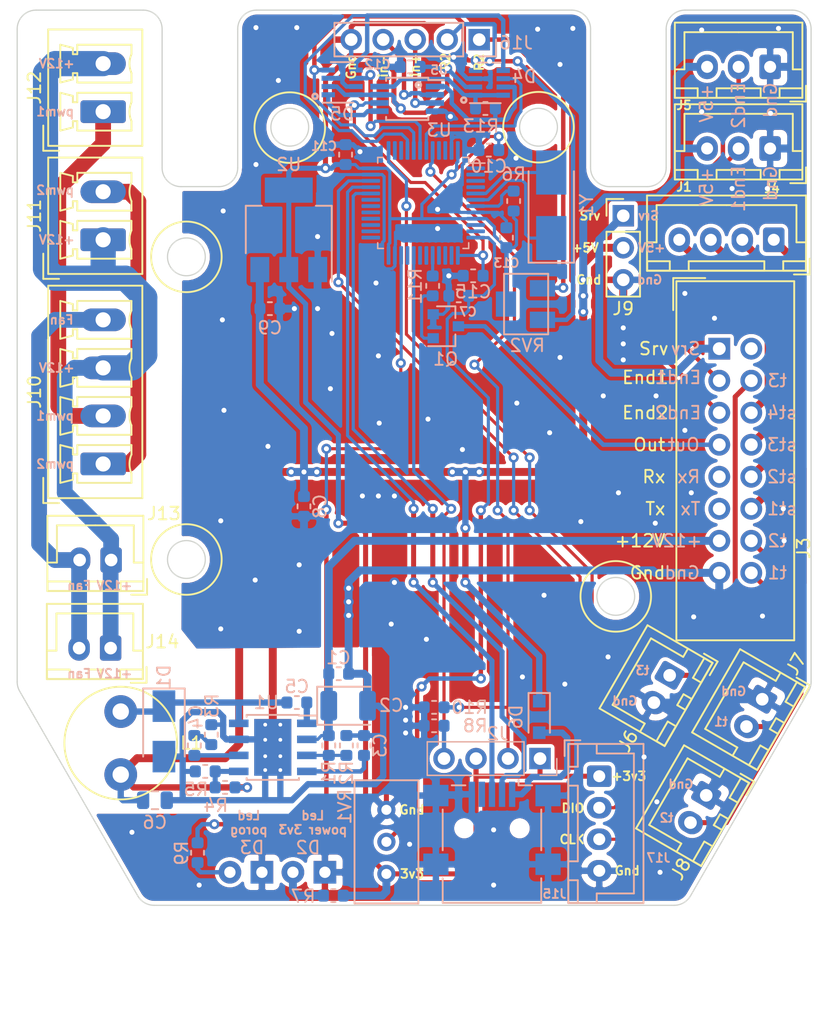
<source format=kicad_pcb>
(kicad_pcb (version 20171130) (host pcbnew "(5.1.4)-1")
  (layers (0 F.Cu signal) (31 B.Cu signal) (34 B.Paste user hide) (36 B.SilkS user) (37 F.SilkS user) (38 B.Mask user) (39 F.Mask user) (44 Edge.Cuts user))
  (net 0 "")
  (net 1 +12VA)
  (net 2 GND)
  (net 3 +5VA)
  (net 4 +3V3)
  (net 5 /Tez_res)
  (net 6 /Porog)
  (net 7 "Net-(D2-Pad2)")
  (net 8 /servo)
  (net 9 /endstop1)
  (net 10 /endstop2)
  (net 11 /Out)
  (net 12 /temp2)
  (net 13 /temp1)
  (net 14 "Net-(J10-Pad1)")
  (net 15 +12V)
  (net 16 /R_gain1)
  (net 17 /R_gain2)
  (net 18 /CS_gain)
  (net 19 /SDI)
  (net 20 /CLK)
  (net 21 /CS_ref)
  (net 22 /ref)
  (net 23 /+5_USB)
  (net 24 "Net-(C3-Pad1)")
  (net 25 "Net-(C4-Pad2)")
  (net 26 "Net-(C4-Pad1)")
  (net 27 "Net-(C5-Pad2)")
  (net 28 "Net-(C5-Pad1)")
  (net 29 "Net-(D3-Pad2)")
  (net 30 "Net-(J3-Pad12)")
  (net 31 "Net-(J3-Pad10)")
  (net 32 "Net-(J3-Pad8)")
  (net 33 "Net-(J3-Pad6)")
  (net 34 "Net-(J3-Pad4)")
  (net 35 "Net-(J10-Pad4)")
  (net 36 "Net-(J10-Pad2)")
  (net 37 "Net-(J16-Pad4)")
  (net 38 "Net-(J16-Pad3)")
  (net 39 "Net-(J16-Pad2)")
  (net 40 "Net-(J16-Pad1)")
  (net 41 "Net-(R1-Pad2)")
  (net 42 "Net-(R4-Pad1)")
  (net 43 "Net-(R11-Pad2)")
  (net 44 /Dp)
  (net 45 /Dm)
  (net 46 "Net-(J17-Pad3)")
  (net 47 "Net-(J17-Pad2)")
  (net 48 "Net-(R6-Pad1)")
  (net 49 "Net-(U3-Pad6)")
  (net 50 "Net-(U3-Pad5)")
  (net 51 "Net-(Q1-Pad1)")
  (net 52 "Net-(J2-Pad4)")
  (net 53 "Net-(J2-Pad2)")
  (net 54 /led)
  (module 123:C_0603_1608Metric (layer B.Cu) (at 53.34 32.093 90)
    (fp_text reference C13 (at -2.0065 0 180) (layer B.SilkS) (effects (font (size 0.7 0.7)) (justify mirror)))
    (fp_text value 1uF)
    (pad 2 smd roundrect (at 0.7875 0 90) (size 0.875 0.95) (layers B.Cu B.Paste B.Mask) (net 2 GND))
    (pad 1 smd roundrect (at -0.7875 0 90) (size 0.875 0.95) (layers B.Cu B.Paste B.Mask) (net 4 +3V3))
  )
  (module 123:PinHeader_1x04_P2.54mm_Vertical (layer B.Cu) (at 56.007 73.406 90)
    (fp_text reference J2 (at 1.9685 -3.3655 180) (layer B.SilkS) (effects (justify mirror)))
    (fp_text value "Режим программирования")
    (pad 1 thru_hole rect (at 0 0 90) (size 1.7 1.7) (drill 1) (layers *.Cu *.Mask) (net 4 +3V3))
    (pad 2 thru_hole oval (at 0 -2.54 90) (size 1.7 1.7) (drill 1) (layers *.Cu *.Mask) (net 53 "Net-(J2-Pad2)"))
    (pad 3 thru_hole oval (at 0 -5.08 90) (size 1.7 1.7) (drill 1) (layers *.Cu *.Mask) (net 4 +3V3))
    (pad 4 thru_hole oval (at 0 -7.62 90) (size 1.7 1.7) (drill 1) (layers *.Cu *.Mask) (net 52 "Net-(J2-Pad4)"))
  )
  (module 123:SOT-223-3_TabPin2 (layer B.Cu) (at 36.068 31.471 90)
    (fp_text reference U2 (at 5.182 0 180) (layer B.SilkS) (effects (justify mirror)))
    (fp_text value AP1117-33)
    (pad 1 smd rect (at -3.15 2.3 90) (size 2 1.5) (layers B.Cu B.Paste B.Mask) (net 2 GND))
    (pad 3 smd rect (at -3.15 -2.3 90) (size 2 1.5) (layers B.Cu B.Paste B.Mask) (net 3 +5VA))
    (pad 2 smd rect (at -3.15 0 90) (size 2 1.5) (layers B.Cu B.Paste B.Mask) (net 4 +3V3))
    (pad 2 smd rect (at 3.15 0 90) (size 2 3.8) (layers B.Cu B.Paste B.Mask) (net 4 +3V3))
  )
  (module 123:3224W (layer B.Cu) (at 52.451 41.358)
    (fp_text reference RV2 (at 2.54 -0.718) (layer B.SilkS) (effects (justify mirror)))
    (fp_text value 100)
    (pad 3 smd rect (at 3.75 -5.25 270) (size 1.3 2) (layers B.Cu B.Paste B.Mask) (net 40 "Net-(J16-Pad1)"))
    (pad 1 smd rect (at 3.75 -2.75 270) (size 1.3 2) (layers B.Cu B.Paste B.Mask) (net 39 "Net-(J16-Pad2)"))
    (pad 2 smd rect (at 0.85 -4 270) (size 2 1.6) (layers B.Cu B.Paste B.Mask) (net 4 +3V3))
  )
  (module 123:R_0603_1608Metric (layer B.Cu) (at 47.486 35.9155 90)
    (fp_text reference R11 (at -0.0255 -1.385 90) (layer B.SilkS) (effects (justify mirror)))
    (fp_text value 360)
    (pad 2 smd roundrect (at 0.7875 0 90) (size 0.875 0.95) (layers B.Cu B.Paste B.Mask) (net 43 "Net-(R11-Pad2)"))
    (pad 1 smd roundrect (at -0.7875 0 90) (size 0.875 0.95) (layers B.Cu B.Paste B.Mask) (net 51 "Net-(Q1-Pad1)"))
  )
  (module 123:R_0603_1608Metric (layer B.Cu) (at 53.911499 29.184498 270)
    (fp_text reference R6 (at -2.133498 -0.000001 180) (layer B.SilkS) (effects (justify mirror)))
    (fp_text value 10k)
    (pad 2 smd roundrect (at 0.7875 0 270) (size 0.875 0.95) (layers B.Cu B.Paste B.Mask) (net 4 +3V3))
    (pad 1 smd roundrect (at -0.7875 0 270) (size 0.875 0.95) (layers B.Cu B.Paste B.Mask) (net 48 "Net-(R6-Pad1)"))
  )
  (module 123:SOT-23 (layer B.Cu) (at 48.53 39.116)
    (fp_text reference Q1 (at -0.016 2.6035) (layer B.SilkS) (effects (justify mirror)))
    (fp_text value BC817)
    (pad 3 smd rect (at 1 0) (size 0.9 0.8) (layers B.Cu B.Paste B.Mask) (net 11 /Out))
    (pad 2 smd rect (at -1 -0.95) (size 0.9 0.8) (layers B.Cu B.Paste B.Mask) (net 2 GND))
    (pad 1 smd rect (at -1 0.95) (size 0.9 0.8) (layers B.Cu B.Paste B.Mask) (net 51 "Net-(Q1-Pad1)"))
  )
  (module 123:C_0603_1608Metric (layer B.Cu) (at 50.698502 35.115501 180)
    (fp_text reference C15 (at 0 -1.270001) (layer B.SilkS) (effects (justify mirror)))
    (fp_text value 1uF)
    (pad 2 smd roundrect (at 0.7875 0 180) (size 0.875 0.95) (layers B.Cu B.Paste B.Mask) (net 2 GND))
    (pad 1 smd roundrect (at -0.7875 0 180) (size 0.875 0.95) (layers B.Cu B.Paste B.Mask) (net 5 /Tez_res))
  )
  (module 123:C_0603_1608Metric (layer B.Cu) (at 40.5765 25.5015 90)
    (fp_text reference C11 (at 0.673 -1.7145 180) (layer B.SilkS) (effects (font (size 0.7 0.7)) (justify mirror)))
    (fp_text value 1uF)
    (pad 2 smd roundrect (at 0.7875 0 90) (size 0.875 0.95) (layers B.Cu B.Paste B.Mask) (net 2 GND))
    (pad 1 smd roundrect (at -0.7875 0 90) (size 0.875 0.95) (layers B.Cu B.Paste B.Mask) (net 4 +3V3))
  )
  (module 123:C_0603_1608Metric (layer B.Cu) (at 51.943 25.146 180)
    (fp_text reference C10 (at 0 -1.270001) (layer B.SilkS) (effects (justify mirror)))
    (fp_text value 1uF)
    (pad 2 smd roundrect (at 0.7875 0 180) (size 0.875 0.95) (layers B.Cu B.Paste B.Mask) (net 2 GND))
    (pad 1 smd roundrect (at -0.7875 0 180) (size 0.875 0.95) (layers B.Cu B.Paste B.Mask) (net 4 +3V3))
  )
  (module 123:C_0603_1608Metric (layer B.Cu) (at 34.5695 37.719)
    (fp_text reference C9 (at 0 1.524) (layer B.SilkS) (effects (justify mirror)))
    (fp_text value 1uF)
    (pad 2 smd roundrect (at 0.7875 0) (size 0.875 0.95) (layers B.Cu B.Paste B.Mask) (net 2 GND))
    (pad 1 smd roundrect (at -0.7875 0) (size 0.875 0.95) (layers B.Cu B.Paste B.Mask) (net 3 +5VA))
  )
  (module 123:C_0603_1608Metric (layer B.Cu) (at 37.2745 53.4035 270)
    (fp_text reference C8 (at 0 -1.270001 90) (layer B.SilkS) (effects (justify mirror)))
    (fp_text value 1uF)
    (pad 2 smd roundrect (at 0.7875 0 270) (size 0.875 0.95) (layers B.Cu B.Paste B.Mask) (net 2 GND))
    (pad 1 smd roundrect (at -0.7875 0 270) (size 0.875 0.95) (layers B.Cu B.Paste B.Mask) (net 3 +5VA))
  )
  (module 123:C_0603_1608Metric (layer B.Cu) (at 49.5555 36.703 180)
    (fp_text reference C7 (at -0.7365 -1.27 180) (layer B.SilkS) (effects (font (size 0.7 0.7)) (justify mirror)))
    (fp_text value 1uF)
    (pad 2 smd roundrect (at 0.7875 0 180) (size 0.875 0.95) (layers B.Cu B.Paste B.Mask) (net 2 GND))
    (pad 1 smd roundrect (at -0.7875 0 180) (size 0.875 0.95) (layers B.Cu B.Paste B.Mask) (net 6 /Porog))
  )
  (module 123:JST_XH_B2B-XH-A_1x02_P2.50mm_Vertical (layer F.Cu) (at 73.64 68.700936 240)
    (fp_text reference J7 (at -3.757923 -0.933042 60) (layer F.SilkS))
    (fp_text value Conn_01x02)
    (pad 1 thru_hole roundrect (at 0 0 240) (size 1.7 2) (drill 1) (layers *.Cu *.Mask) (roundrect_rratio 0.147059) (net 2 GND))
    (pad 2 thru_hole oval (at 2.5 0 240) (size 1.7 2) (drill 1) (layers *.Cu *.Mask) (net 13 /temp1))
  )
  (module 123:IDC-Header_2x08_P2.54mm_Vertical (layer F.Cu) (at 70.231 40.894)
    (fp_text reference J3 (at 6.691111 15.825654 90) (layer F.SilkS))
    (fp_text value Conn_02x08_Odd_Even)
    (pad 16 thru_hole oval (at 2.54 17.78) (size 1.7272 1.7272) (drill 1.016) (layers *.Cu *.Mask) (net 13 /temp1))
    (pad 15 thru_hole oval (at 0 17.78) (size 1.7272 1.7272) (drill 1.016) (layers *.Cu *.Mask) (net 2 GND))
    (pad 14 thru_hole oval (at 2.54 15.24) (size 1.7272 1.7272) (drill 1.016) (layers *.Cu *.Mask) (net 12 /temp2))
    (pad 13 thru_hole oval (at 0 15.24) (size 1.7272 1.7272) (drill 1.016) (layers *.Cu *.Mask) (net 1 +12VA))
    (pad 12 thru_hole oval (at 2.54 12.7) (size 1.7272 1.7272) (drill 1.016) (layers *.Cu *.Mask) (net 30 "Net-(J3-Pad12)"))
    (pad 11 thru_hole oval (at 0 12.7) (size 1.7272 1.7272) (drill 1.016) (layers *.Cu *.Mask))
    (pad 10 thru_hole oval (at 2.54 10.16) (size 1.7272 1.7272) (drill 1.016) (layers *.Cu *.Mask) (net 31 "Net-(J3-Pad10)"))
    (pad 9 thru_hole oval (at 0 10.16) (size 1.7272 1.7272) (drill 1.016) (layers *.Cu *.Mask))
    (pad 8 thru_hole oval (at 2.54 7.62) (size 1.7272 1.7272) (drill 1.016) (layers *.Cu *.Mask) (net 32 "Net-(J3-Pad8)"))
    (pad 7 thru_hole oval (at 0 7.62) (size 1.7272 1.7272) (drill 1.016) (layers *.Cu *.Mask) (net 11 /Out))
    (pad 6 thru_hole oval (at 2.54 5.08) (size 1.7272 1.7272) (drill 1.016) (layers *.Cu *.Mask) (net 33 "Net-(J3-Pad6)"))
    (pad 5 thru_hole oval (at 0 5.08) (size 1.7272 1.7272) (drill 1.016) (layers *.Cu *.Mask) (net 10 /endstop2))
    (pad 4 thru_hole oval (at 2.54 2.54) (size 1.7272 1.7272) (drill 1.016) (layers *.Cu *.Mask) (net 34 "Net-(J3-Pad4)"))
    (pad 3 thru_hole oval (at 0 2.54) (size 1.7272 1.7272) (drill 1.016) (layers *.Cu *.Mask) (net 9 /endstop1))
    (pad 2 thru_hole oval (at 2.54 0) (size 1.7272 1.7272) (drill 1.016) (layers *.Cu *.Mask))
    (pad 1 thru_hole rect (at 0 0) (size 1.7272 1.7272) (drill 1.016) (layers *.Cu *.Mask) (net 8 /servo))
  )
  (module 123:Crystal_SMD_5032-2Pin_5.0x3.2mm_HandSoldering (layer B.Cu) (at 56.896 29.524001 90)
    (fp_text reference Y1 (at 0 2.8 90) (layer B.SilkS) (effects (justify mirror)))
    (fp_text value NX5032GA-8MHz)
    (pad 1 smd rect (at -2.6 0 90) (size 3.5 2.4) (layers B.Cu B.Paste B.Mask) (net 49 "Net-(U3-Pad6)"))
    (pad 2 smd rect (at 2.6 0 90) (size 3.5 2.4) (layers B.Cu B.Paste B.Mask) (net 50 "Net-(U3-Pad5)"))
  )
  (module Package_QFP:LQFP-48_7x7mm_P0.5mm (layer B.Cu) (at 46.736 29.337 180)
    (fp_text reference U3 (at -1.27 5.7785) (layer B.SilkS) (effects (justify mirror)))
    (fp_text value STM32F103C8Tx)
    (pad 48 smd roundrect (at -2.75 4.1625 180) (size 0.3 1.475) (layers B.Cu B.Paste B.Mask) (net 4 +3V3))
    (pad 47 smd roundrect (at -2.25 4.1625 180) (size 0.3 1.475) (layers B.Cu B.Paste B.Mask) (net 2 GND))
    (pad 46 smd roundrect (at -1.75 4.1625 180) (size 0.3 1.475) (layers B.Cu B.Paste B.Mask))
    (pad 45 smd roundrect (at -1.25 4.1625 180) (size 0.3 1.475) (layers B.Cu B.Paste B.Mask))
    (pad 44 smd roundrect (at -0.75 4.1625 180) (size 0.3 1.475) (layers B.Cu B.Paste B.Mask) (net 53 "Net-(J2-Pad2)"))
    (pad 43 smd roundrect (at -0.25 4.1625 180) (size 0.3 1.475) (layers B.Cu B.Paste B.Mask) (net 18 /CS_gain))
    (pad 42 smd roundrect (at 0.25 4.1625 180) (size 0.3 1.475) (layers B.Cu B.Paste B.Mask) (net 21 /CS_ref))
    (pad 41 smd roundrect (at 0.75 4.1625 180) (size 0.3 1.475) (layers B.Cu B.Paste B.Mask) (net 20 /CLK))
    (pad 40 smd roundrect (at 1.25 4.1625 180) (size 0.3 1.475) (layers B.Cu B.Paste B.Mask) (net 19 /SDI))
    (pad 39 smd roundrect (at 1.75 4.1625 180) (size 0.3 1.475) (layers B.Cu B.Paste B.Mask))
    (pad 38 smd roundrect (at 2.25 4.1625 180) (size 0.3 1.475) (layers B.Cu B.Paste B.Mask))
    (pad 37 smd roundrect (at 2.75 4.1625 180) (size 0.3 1.475) (layers B.Cu B.Paste B.Mask) (net 46 "Net-(J17-Pad3)"))
    (pad 36 smd roundrect (at 4.1625 2.75 180) (size 1.475 0.3) (layers B.Cu B.Paste B.Mask) (net 4 +3V3))
    (pad 35 smd roundrect (at 4.1625 2.25 180) (size 1.475 0.3) (layers B.Cu B.Paste B.Mask) (net 2 GND))
    (pad 34 smd roundrect (at 4.1625 1.75 180) (size 1.475 0.3) (layers B.Cu B.Paste B.Mask) (net 47 "Net-(J17-Pad2)"))
    (pad 33 smd roundrect (at 4.1625 1.25 180) (size 1.475 0.3) (layers B.Cu B.Paste B.Mask) (net 44 /Dp))
    (pad 32 smd roundrect (at 4.1625 0.75 180) (size 1.475 0.3) (layers B.Cu B.Paste B.Mask) (net 45 /Dm))
    (pad 31 smd roundrect (at 4.1625 0.25 180) (size 1.475 0.3) (layers B.Cu B.Paste B.Mask))
    (pad 30 smd roundrect (at 4.1625 -0.25 180) (size 1.475 0.3) (layers B.Cu B.Paste B.Mask))
    (pad 29 smd roundrect (at 4.1625 -0.75 180) (size 1.475 0.3) (layers B.Cu B.Paste B.Mask))
    (pad 28 smd roundrect (at 4.1625 -1.25 180) (size 1.475 0.3) (layers B.Cu B.Paste B.Mask))
    (pad 27 smd roundrect (at 4.1625 -1.75 180) (size 1.475 0.3) (layers B.Cu B.Paste B.Mask))
    (pad 26 smd roundrect (at 4.1625 -2.25 180) (size 1.475 0.3) (layers B.Cu B.Paste B.Mask))
    (pad 25 smd roundrect (at 4.1625 -2.75 180) (size 1.475 0.3) (layers B.Cu B.Paste B.Mask))
    (pad 24 smd roundrect (at 2.75 -4.1625 180) (size 0.3 1.475) (layers B.Cu B.Paste B.Mask) (net 4 +3V3))
    (pad 23 smd roundrect (at 2.25 -4.1625 180) (size 0.3 1.475) (layers B.Cu B.Paste B.Mask) (net 2 GND))
    (pad 22 smd roundrect (at 1.75 -4.1625 180) (size 0.3 1.475) (layers B.Cu B.Paste B.Mask) (net 54 /led))
    (pad 21 smd roundrect (at 1.25 -4.1625 180) (size 0.3 1.475) (layers B.Cu B.Paste B.Mask))
    (pad 20 smd roundrect (at 0.75 -4.1625 180) (size 0.3 1.475) (layers B.Cu B.Paste B.Mask) (net 52 "Net-(J2-Pad4)"))
    (pad 19 smd roundrect (at 0.25 -4.1625 180) (size 0.3 1.475) (layers B.Cu B.Paste B.Mask))
    (pad 18 smd roundrect (at -0.25 -4.1625 180) (size 0.3 1.475) (layers B.Cu B.Paste B.Mask))
    (pad 17 smd roundrect (at -0.75 -4.1625 180) (size 0.3 1.475) (layers B.Cu B.Paste B.Mask) (net 43 "Net-(R11-Pad2)"))
    (pad 16 smd roundrect (at -1.25 -4.1625 180) (size 0.3 1.475) (layers B.Cu B.Paste B.Mask))
    (pad 15 smd roundrect (at -1.75 -4.1625 180) (size 0.3 1.475) (layers B.Cu B.Paste B.Mask))
    (pad 14 smd roundrect (at -2.25 -4.1625 180) (size 0.3 1.475) (layers B.Cu B.Paste B.Mask))
    (pad 13 smd roundrect (at -2.75 -4.1625 180) (size 0.3 1.475) (layers B.Cu B.Paste B.Mask) (net 5 /Tez_res))
    (pad 12 smd roundrect (at -4.1625 -2.75 180) (size 1.475 0.3) (layers B.Cu B.Paste B.Mask) (net 6 /Porog))
    (pad 11 smd roundrect (at -4.1625 -2.25 180) (size 1.475 0.3) (layers B.Cu B.Paste B.Mask))
    (pad 10 smd roundrect (at -4.1625 -1.75 180) (size 1.475 0.3) (layers B.Cu B.Paste B.Mask))
    (pad 9 smd roundrect (at -4.1625 -1.25 180) (size 1.475 0.3) (layers B.Cu B.Paste B.Mask) (net 4 +3V3))
    (pad 8 smd roundrect (at -4.1625 -0.75 180) (size 1.475 0.3) (layers B.Cu B.Paste B.Mask) (net 2 GND))
    (pad 7 smd roundrect (at -4.1625 -0.25 180) (size 1.475 0.3) (layers B.Cu B.Paste B.Mask) (net 48 "Net-(R6-Pad1)"))
    (pad 6 smd roundrect (at -4.1625 0.25 180) (size 1.475 0.3) (layers B.Cu B.Paste B.Mask) (net 49 "Net-(U3-Pad6)"))
    (pad 5 smd roundrect (at -4.1625 0.75 180) (size 1.475 0.3) (layers B.Cu B.Paste B.Mask) (net 50 "Net-(U3-Pad5)"))
    (pad 4 smd roundrect (at -4.1625 1.25 180) (size 1.475 0.3) (layers B.Cu B.Paste B.Mask))
    (pad 3 smd roundrect (at -4.1625 1.75 180) (size 1.475 0.3) (layers B.Cu B.Paste B.Mask))
    (pad 2 smd roundrect (at -4.1625 2.25 180) (size 1.475 0.3) (layers B.Cu B.Paste B.Mask))
    (pad 1 smd roundrect (at -4.1625 2.75 180) (size 1.475 0.3) (layers B.Cu B.Paste B.Mask))
  )
  (module 123:R_0603_1608Metric (layer B.Cu) (at 47.5995 69.342)
    (fp_text reference R10 (at 2.8195 0) (layer B.SilkS) (effects (justify mirror)))
    (fp_text value 10k)
    (pad 2 smd roundrect (at 0.7875 0) (size 0.875 0.95) (layers B.Cu B.Paste B.Mask) (net 53 "Net-(J2-Pad2)"))
    (pad 1 smd roundrect (at -0.7875 0) (size 0.875 0.95) (layers B.Cu B.Paste B.Mask) (net 2 GND))
  )
  (module 123:R_0603_1608Metric (layer B.Cu) (at 47.5995 70.8025)
    (fp_text reference R8 (at 3.264 0) (layer B.SilkS) (effects (justify mirror)))
    (fp_text value 10k)
    (pad 2 smd roundrect (at 0.7875 0) (size 0.875 0.95) (layers B.Cu B.Paste B.Mask) (net 52 "Net-(J2-Pad4)"))
    (pad 1 smd roundrect (at -0.7875 0) (size 0.875 0.95) (layers B.Cu B.Paste B.Mask) (net 2 GND))
  )
  (module 123:JST_XH_B4B-XH-A_1x04_P2.50mm_Vertical (layer B.Cu) (at 60.706 74.803 270)
    (fp_text reference J17 (at 6.477 -4.699) (layer B.SilkS) (effects (font (size 0.7 0.7)) (justify mirror)))
    (fp_text value ST-Link)
    (pad 4 thru_hole oval (at 7.5 0 270) (size 1.7 1.95) (drill 0.95) (layers *.Cu *.Mask) (net 2 GND))
    (pad 3 thru_hole oval (at 5 0 270) (size 1.7 1.95) (drill 0.95) (layers *.Cu *.Mask) (net 46 "Net-(J17-Pad3)"))
    (pad 2 thru_hole oval (at 2.5 0 270) (size 1.7 1.95) (drill 0.95) (layers *.Cu *.Mask) (net 47 "Net-(J17-Pad2)"))
    (pad 1 thru_hole roundrect (at 0 0 270) (size 1.7 1.95) (drill 0.95) (layers *.Cu *.Mask) (roundrect_rratio 0.147059) (net 4 +3V3))
  )
  (module 123:LED_D3.0mm_Horizontal_O6.35mm_Z2.0mm (layer B.Cu) (at 38.936 82.423 180)
    (fp_text reference D2 (at 1.344 1.96 180) (layer B.SilkS) (effects (justify mirror)))
    (fp_text value "LED зелёный")
    (pad 1 thru_hole rect (at 0 0 180) (size 1.8 1.8) (drill 0.9) (layers *.Cu *.Mask) (net 2 GND))
    (pad 2 thru_hole circle (at 2.54 0 180) (size 1.8 1.8) (drill 0.9) (layers *.Cu *.Mask) (net 7 "Net-(D2-Pad2)"))
  )
  (module 123:LED_D3.0mm_Horizontal_O6.35mm_Z2.0mm (layer B.Cu) (at 33.936 82.423 180)
    (fp_text reference D3 (at 0.789 1.96 180) (layer B.SilkS) (effects (justify mirror)))
    (fp_text value "LED жёлтый")
    (pad 1 thru_hole rect (at 0 0 180) (size 1.8 1.8) (drill 0.9) (layers *.Cu *.Mask) (net 2 GND))
    (pad 2 thru_hole circle (at 2.54 0 180) (size 1.8 1.8) (drill 0.9) (layers *.Cu *.Mask) (net 29 "Net-(D3-Pad2)"))
  )
  (module 123:MSOP-8_3x3mm_P0.65mm (layer B.Cu) (at 45.466 21.082 180)
    (fp_text reference U5 (at -2.54 2.286 180) (layer B.SilkS) (effects (font (size 0.7 0.7)) (justify mirror)))
    (fp_text value INA333)
    (pad 8 smd rect (at 2.2 0.975 180) (size 1.45 0.45) (layers B.Cu B.Paste B.Mask) (net 16 /R_gain1))
    (pad 7 smd rect (at 2.2 0.325 180) (size 1.45 0.45) (layers B.Cu B.Paste B.Mask) (net 4 +3V3))
    (pad 6 smd rect (at 2.2 -0.325 180) (size 1.45 0.45) (layers B.Cu B.Paste B.Mask) (net 5 /Tez_res))
    (pad 5 smd rect (at 2.2 -0.975 180) (size 1.45 0.45) (layers B.Cu B.Paste B.Mask) (net 22 /ref))
    (pad 4 smd rect (at -2.2 -0.975 180) (size 1.45 0.45) (layers B.Cu B.Paste B.Mask) (net 2 GND))
    (pad 3 smd rect (at -2.2 -0.325 180) (size 1.45 0.45) (layers B.Cu B.Paste B.Mask) (net 38 "Net-(J16-Pad3)"))
    (pad 2 smd rect (at -2.2 0.325 180) (size 1.45 0.45) (layers B.Cu B.Paste B.Mask) (net 37 "Net-(J16-Pad4)"))
    (pad 1 smd rect (at -2.2 0.975 180) (size 1.45 0.45) (layers B.Cu B.Paste B.Mask) (net 17 /R_gain2))
  )
  (module 123:TI_SO-PowerPAD-8_ThermalVias (layer B.Cu) (at 34.798002 72.517001 180)
    (fp_text reference U1 (at 0.508 3.556 180) (layer B.SilkS) (effects (justify mirror)))
    (fp_text value TPS54332)
    (pad 9 thru_hole circle (at 0.6 -1.8 180) (size 0.6 0.6) (drill 0.3) (layers *.Cu) (net 2 GND))
    (pad 9 thru_hole circle (at 0.6 -0.7 180) (size 0.6 0.6) (drill 0.3) (layers *.Cu) (net 2 GND))
    (pad 9 thru_hole circle (at -0.6 -0.7 180) (size 0.6 0.6) (drill 0.3) (layers *.Cu) (net 2 GND))
    (pad 9 thru_hole circle (at -0.6 -1.8 180) (size 0.6 0.6) (drill 0.3) (layers *.Cu) (net 2 GND))
    (pad 9 thru_hole circle (at 0.6 1.8 180) (size 0.6 0.6) (drill 0.3) (layers *.Cu) (net 2 GND))
    (pad 9 thru_hole circle (at 0.6 0.6 180) (size 0.6 0.6) (drill 0.3) (layers *.Cu) (net 2 GND))
    (pad 9 thru_hole circle (at -0.6 0.6 180) (size 0.6 0.6) (drill 0.3) (layers *.Cu) (net 2 GND))
    (pad 9 thru_hole circle (at -0.6 1.8 180) (size 0.6 0.6) (drill 0.3) (layers *.Cu) (net 2 GND))
    (pad 9 smd rect (at 0 0 180) (size 2.95 4.5) (layers F.Cu) (net 2 GND))
    (pad 8 smd rect (at 2.7 1.905 180) (size 1.55 0.6) (layers B.Cu B.Paste B.Mask) (net 28 "Net-(C5-Pad1)"))
    (pad 7 smd rect (at 2.7 0.635 180) (size 1.55 0.6) (layers B.Cu B.Paste B.Mask) (net 2 GND))
    (pad 6 smd rect (at 2.7 -0.635 180) (size 1.55 0.6) (layers B.Cu B.Paste B.Mask) (net 26 "Net-(C4-Pad1)"))
    (pad 5 smd rect (at 2.7 -1.905 180) (size 1.55 0.6) (layers B.Cu B.Paste B.Mask) (net 42 "Net-(R4-Pad1)"))
    (pad 4 smd rect (at -2.7 -1.905 180) (size 1.55 0.6) (layers B.Cu B.Paste B.Mask) (net 24 "Net-(C3-Pad1)"))
    (pad 3 smd rect (at -2.7 -0.635 180) (size 1.55 0.6) (layers B.Cu B.Paste B.Mask) (net 41 "Net-(R1-Pad2)"))
    (pad 2 smd rect (at -2.7 0.635 180) (size 1.55 0.6) (layers B.Cu B.Paste B.Mask) (net 1 +12VA))
    (pad 1 smd rect (at -2.7 1.905 180) (size 1.55 0.6) (layers B.Cu B.Paste B.Mask) (net 27 "Net-(C5-Pad2)"))
    (pad 9 smd rect (at 0 0 180) (size 2.95 4.5) (layers B.Cu) (net 2 GND))
    (pad 9 smd rect (at 0 0 180) (size 2.6 3.1) (layers B.Cu B.Paste B.Mask) (net 2 GND))
  )
  (module 123:Potentiometer_Bourns_3296W_Vertical (layer B.Cu) (at 43.815 82.55 270)
    (fp_text reference RV1 (at -5.334 3.302 270) (layer B.SilkS) (effects (justify mirror)))
    (fp_text value 10k)
    (pad 3 thru_hole circle (at -5.08 0 270) (size 1.44 1.44) (drill 0.8) (layers *.Cu *.Mask) (net 2 GND))
    (pad 2 thru_hole circle (at -2.54 0 270) (size 1.44 1.44) (drill 0.8) (layers *.Cu *.Mask) (net 6 /Porog))
    (pad 1 thru_hole circle (at 0 0 270) (size 1.44 1.44) (drill 0.8) (layers *.Cu *.Mask) (net 4 +3V3))
  )
  (module 123:R_0603_1608Metric (layer B.Cu) (at 51.6735 21.844)
    (fp_text reference R13 (at -0.3655 1.397) (layer B.SilkS) (effects (justify mirror)))
    (fp_text value 82)
    (pad 2 smd roundrect (at 0.7875 0) (size 0.875 0.95) (layers B.Cu B.Paste B.Mask) (net 17 /R_gain2))
    (pad 1 smd roundrect (at -0.7875 0) (size 0.875 0.95) (layers B.Cu B.Paste B.Mask) (net 16 /R_gain1))
  )
  (module 123:R_0603_1608Metric (layer B.Cu) (at 28.829 80.8735 90)
    (fp_text reference R9 (at -0.0255 -1.27 90) (layer B.SilkS) (effects (justify mirror)))
    (fp_text value 360)
    (pad 2 smd roundrect (at 0.7875 0 90) (size 0.875 0.95) (layers B.Cu B.Paste B.Mask) (net 54 /led))
    (pad 1 smd roundrect (at -0.7875 0 90) (size 0.875 0.95) (layers B.Cu B.Paste B.Mask) (net 29 "Net-(D3-Pad2)"))
  )
  (module 123:R_0603_1608Metric (layer B.Cu) (at 39.607647 84.274404)
    (fp_text reference R7 (at -2.396647 0.053596) (layer B.SilkS) (effects (justify mirror)))
    (fp_text value 360)
    (pad 2 smd roundrect (at 0.7875 0) (size 0.875 0.95) (layers B.Cu B.Paste B.Mask) (net 4 +3V3))
    (pad 1 smd roundrect (at -0.7875 0) (size 0.875 0.95) (layers B.Cu B.Paste B.Mask) (net 7 "Net-(D2-Pad2)"))
  )
  (module 123:R_0603_1608Metric (layer B.Cu) (at 29.4385 74.422)
    (fp_text reference R5 (at -0.7365 1.43) (layer B.SilkS) (effects (justify mirror)))
    (fp_text value 1.8k)
    (pad 2 smd roundrect (at 0.7875 0) (size 0.875 0.95) (layers B.Cu B.Paste B.Mask) (net 42 "Net-(R4-Pad1)"))
    (pad 1 smd roundrect (at -0.7875 0) (size 0.875 0.95) (layers B.Cu B.Paste B.Mask) (net 2 GND))
  )
  (module 123:R_0603_1608Metric (layer B.Cu) (at 31.0135 75.692)
    (fp_text reference R4 (at -0.7365 1.43) (layer B.SilkS) (effects (justify mirror)))
    (fp_text value 10k)
    (pad 2 smd roundrect (at 0.7875 0) (size 0.875 0.95) (layers B.Cu B.Paste B.Mask) (net 3 +5VA))
    (pad 1 smd roundrect (at -0.7875 0) (size 0.875 0.95) (layers B.Cu B.Paste B.Mask) (net 42 "Net-(R4-Pad1)"))
  )
  (module 123:R_0603_1608Metric (layer B.Cu) (at 29.919708 71.507526 270)
    (fp_text reference R3 (at -2.292526 -0.052292 90) (layer B.SilkS) (effects (justify mirror)))
    (fp_text value 24k)
    (pad 2 smd roundrect (at 0.7875 0 270) (size 0.875 0.95) (layers B.Cu B.Paste B.Mask) (net 25 "Net-(C4-Pad2)"))
    (pad 1 smd roundrect (at -0.7875 0 270) (size 0.875 0.95) (layers B.Cu B.Paste B.Mask) (net 2 GND))
  )
  (module 123:R_0603_1608Metric (layer B.Cu) (at 40.639999 72.3645 270)
    (fp_text reference R2 (at 2.1845 -0.000001 90) (layer B.SilkS) (effects (justify mirror)))
    (fp_text value 47k)
    (pad 2 smd roundrect (at 0.7875 0 270) (size 0.875 0.95) (layers B.Cu B.Paste B.Mask) (net 41 "Net-(R1-Pad2)"))
    (pad 1 smd roundrect (at -0.7875 0 270) (size 0.875 0.95) (layers B.Cu B.Paste B.Mask) (net 2 GND))
  )
  (module 123:R_0603_1608Metric (layer B.Cu) (at 39.243001 72.364498 270)
    (fp_text reference R1 (at 2.184502 0.000001 90) (layer B.SilkS) (effects (justify mirror)))
    (fp_text value 150k)
    (pad 2 smd roundrect (at 0.7875 0 270) (size 0.875 0.95) (layers B.Cu B.Paste B.Mask) (net 41 "Net-(R1-Pad2)"))
    (pad 1 smd roundrect (at -0.7875 0 270) (size 0.875 0.95) (layers B.Cu B.Paste B.Mask) (net 1 +12VA))
  )
  (module 123:L_Radial_D8.7mm_P5.00mm_Fastron_07HCP (layer F.Cu) (at 22.733 69.676 270)
    (fp_text reference L1 (at 2.5 -5.6 180) (layer F.SilkS))
    (fp_text value 3.3uH)
    (pad 2 thru_hole circle (at 5 0 270) (size 2.6 2.6) (drill 1.3) (layers *.Cu *.Mask) (net 3 +5VA))
    (pad 1 thru_hole circle (at 0 0 270) (size 2.6 2.6) (drill 1.3) (layers *.Cu *.Mask) (net 28 "Net-(C5-Pad1)"))
  )
  (module 123:PinHeader_1x05_P2.54mm_Vertical (layer B.Cu) (at 51.181 16.383 90)
    (fp_text reference J16 (at -0.254 2.921) (layer B.SilkS) (effects (justify mirror)))
    (fp_text value Тензорезистор)
    (pad 1 thru_hole rect (at 0 0 90) (size 1.7 1.7) (drill 1) (layers *.Cu *.Mask) (net 40 "Net-(J16-Pad1)"))
    (pad 2 thru_hole oval (at 0 -2.54 90) (size 1.7 1.7) (drill 1) (layers *.Cu *.Mask) (net 39 "Net-(J16-Pad2)"))
    (pad 3 thru_hole oval (at 0 -5.08 90) (size 1.7 1.7) (drill 1) (layers *.Cu *.Mask) (net 38 "Net-(J16-Pad3)"))
    (pad 4 thru_hole oval (at 0 -7.62 90) (size 1.7 1.7) (drill 1) (layers *.Cu *.Mask) (net 37 "Net-(J16-Pad4)"))
    (pad 5 thru_hole oval (at 0 -10.16 90) (size 1.7 1.7) (drill 1) (layers *.Cu *.Mask) (net 2 GND))
  )
  (module 123:USB_Mini-B_Lumberg_2486_01_Horizontal (layer B.Cu) (at 52.192 78.938 180)
    (fp_text reference J15 (at -4.958 -5.1995 180) (layer B.SilkS) (effects (font (size 0.7 0.7)) (justify mirror)))
    (fp_text value USB_B_Micro)
    (pad "" np_thru_hole circle (at 2.2 0 180) (size 1 1) (drill 1) (layers *.Cu *.Mask))
    (pad "" np_thru_hole circle (at -2.2 0 180) (size 1 1) (drill 1) (layers *.Cu *.Mask))
    (pad 6 smd rect (at 4.45 -2.85 180) (size 2 1.7) (layers B.Cu B.Paste B.Mask) (net 2 GND))
    (pad 6 smd rect (at 4.45 2.6 180) (size 2 1.7) (layers B.Cu B.Paste B.Mask) (net 2 GND))
    (pad 6 smd rect (at -4.45 -2.85 180) (size 2 1.7) (layers B.Cu B.Paste B.Mask) (net 2 GND))
    (pad 6 smd rect (at -4.45 2.6 180) (size 2 1.7) (layers B.Cu B.Paste B.Mask) (net 2 GND))
    (pad 5 smd rect (at 1.6 2.7 180) (size 0.5 2) (layers B.Cu B.Paste B.Mask) (net 2 GND))
    (pad 4 smd rect (at 0.8 2.7 180) (size 0.5 2) (layers B.Cu B.Paste B.Mask))
    (pad 3 smd rect (at 0 2.7 180) (size 0.5 2) (layers B.Cu B.Paste B.Mask) (net 44 /Dp))
    (pad 2 smd rect (at -0.8 2.7 180) (size 0.5 2) (layers B.Cu B.Paste B.Mask) (net 45 /Dm))
    (pad 1 smd rect (at -1.6 2.7 180) (size 0.5 2) (layers B.Cu B.Paste B.Mask) (net 23 /+5_USB))
  )
  (module 123:JST_XH_B3B-XH-A_1x03_P2.50mm_Vertical (layer F.Cu) (at 74.2658 18.542 180)
    (fp_text reference J5 (at 6.8288 -3.048) (layer F.SilkS) (effects (font (size 0.7 0.7))))
    (fp_text value Conn_01x03)
    (pad 3 thru_hole oval (at 5 0 180) (size 1.7 1.95) (drill 0.95) (layers *.Cu *.Mask) (net 3 +5VA))
    (pad 2 thru_hole oval (at 2.5 0 180) (size 1.7 1.95) (drill 0.95) (layers *.Cu *.Mask) (net 10 /endstop2))
    (pad 1 thru_hole roundrect (at 0 0 180) (size 1.7 1.95) (drill 0.95) (layers *.Cu *.Mask) (roundrect_rratio 0.147059) (net 2 GND))
  )
  (module 123:JST_XH_B4B-XH-A_1x04_P2.50mm_Vertical (layer F.Cu) (at 74.556 32.258 180)
    (fp_text reference J4 (at 0.134 4.073975 180) (layer F.SilkS) (effects (font (size 0.7 0.7))))
    (fp_text value Conn_01x04)
    (pad 4 thru_hole oval (at 7.5 0 180) (size 1.7 1.95) (drill 0.95) (layers *.Cu *.Mask) (net 33 "Net-(J3-Pad6)"))
    (pad 3 thru_hole oval (at 5 0 180) (size 1.7 1.95) (drill 0.95) (layers *.Cu *.Mask) (net 32 "Net-(J3-Pad8)"))
    (pad 2 thru_hole oval (at 2.5 0 180) (size 1.7 1.95) (drill 0.95) (layers *.Cu *.Mask) (net 31 "Net-(J3-Pad10)"))
    (pad 1 thru_hole roundrect (at 0 0 180) (size 1.7 1.95) (drill 0.95) (layers *.Cu *.Mask) (roundrect_rratio 0.147059) (net 30 "Net-(J3-Pad12)"))
  )
  (module 123:JST_XH_B3B-XH-A_1x03_P2.50mm_Vertical (layer F.Cu) (at 74.2658 25.019 180)
    (fp_text reference J1 (at 6.8288 -3.048) (layer F.SilkS) (effects (font (size 0.7 0.7))))
    (fp_text value Conn_01x03)
    (pad 3 thru_hole oval (at 5 0 180) (size 1.7 1.95) (drill 0.95) (layers *.Cu *.Mask) (net 3 +5VA))
    (pad 2 thru_hole oval (at 2.5 0 180) (size 1.7 1.95) (drill 0.95) (layers *.Cu *.Mask) (net 9 /endstop1))
    (pad 1 thru_hole roundrect (at 0 0 180) (size 1.7 1.95) (drill 0.95) (layers *.Cu *.Mask) (roundrect_rratio 0.147059) (net 2 GND))
  )
  (module 123:SOT-23-8 (layer B.Cu) (at 40.302 19.776)
    (fp_text reference D5 (at 0 2.5) (layer B.SilkS) (effects (justify mirror)))
    (fp_text value AD5160BRJZ)
    (pad 8 smd rect (at 1.1 0.98) (size 1.06 0.4) (layers B.Cu B.Paste B.Mask) (net 4 +3V3))
    (pad 7 smd rect (at 1.1 0.33) (size 1.06 0.4) (layers B.Cu B.Paste B.Mask) (net 2 GND))
    (pad 6 smd rect (at 1.1 -0.33) (size 1.06 0.4) (layers B.Cu B.Paste B.Mask) (net 21 /CS_ref))
    (pad 5 smd rect (at 1.1 -0.98) (size 1.06 0.4) (layers B.Cu B.Paste B.Mask) (net 19 /SDI))
    (pad 4 smd rect (at -1.1 -0.98) (size 1.06 0.4) (layers B.Cu B.Paste B.Mask) (net 20 /CLK))
    (pad 3 smd rect (at -1.1 -0.33) (size 1.06 0.4) (layers B.Cu B.Paste B.Mask) (net 2 GND))
    (pad 2 smd rect (at -1.1 0.33) (size 1.06 0.4) (layers B.Cu B.Paste B.Mask) (net 4 +3V3))
    (pad 1 smd rect (at -1.1 0.98) (size 1.06 0.4) (layers B.Cu B.Paste B.Mask) (net 22 /ref))
  )
  (module 123:SOT-23-8 (layer B.Cu) (at 51.986 19.812)
    (fp_text reference D4 (at 2.751 -0.508) (layer B.SilkS) (effects (justify mirror)))
    (fp_text value AD5160BRJZ)
    (pad 8 smd rect (at 1.1 0.98) (size 1.06 0.4) (layers B.Cu B.Paste B.Mask) (net 16 /R_gain1))
    (pad 7 smd rect (at 1.1 0.33) (size 1.06 0.4) (layers B.Cu B.Paste B.Mask) (net 17 /R_gain2))
    (pad 6 smd rect (at 1.1 -0.33) (size 1.06 0.4) (layers B.Cu B.Paste B.Mask) (net 18 /CS_gain))
    (pad 5 smd rect (at 1.1 -0.98) (size 1.06 0.4) (layers B.Cu B.Paste B.Mask) (net 19 /SDI))
    (pad 4 smd rect (at -1.1 -0.98) (size 1.06 0.4) (layers B.Cu B.Paste B.Mask) (net 20 /CLK))
    (pad 3 smd rect (at -1.1 -0.33) (size 1.06 0.4) (layers B.Cu B.Paste B.Mask) (net 2 GND))
    (pad 2 smd rect (at -1.1 0.33) (size 1.06 0.4) (layers B.Cu B.Paste B.Mask) (net 4 +3V3))
    (pad 1 smd rect (at -1.1 0.98) (size 1.06 0.4) (layers B.Cu B.Paste B.Mask) (net 16 /R_gain1))
  )
  (module 123:D_SMA (layer B.Cu) (at 26.162 71.247 270)
    (fp_text reference D1 (at -4.318 0 90) (layer B.SilkS) (effects (justify mirror)))
    (fp_text value "Диод Шоттки")
    (pad 1 smd rect (at -2 0 270) (size 2.5 1.8) (layers B.Cu B.Paste B.Mask) (net 28 "Net-(C5-Pad1)"))
    (pad 2 smd rect (at 2 0 270) (size 2.5 1.8) (layers B.Cu B.Paste B.Mask) (net 2 GND))
  )
  (module 123:C_0603_1608Metric (layer B.Cu) (at 45.6945 18.542 180)
    (fp_text reference C12 (at 2.578 0.1905) (layer B.SilkS) (effects (font (size 0.7 0.7)) (justify mirror)))
    (fp_text value 1uF)
    (pad 2 smd roundrect (at 0.7875 0 180) (size 0.875 0.95) (layers B.Cu B.Paste B.Mask) (net 2 GND))
    (pad 1 smd roundrect (at -0.7875 0 180) (size 0.875 0.95) (layers B.Cu B.Paste B.Mask) (net 4 +3V3))
  )
  (module 123:C_0805_2012Metric (layer B.Cu) (at 25.4485 76.708 180)
    (fp_text reference C6 (at 0.010442 -1.757377 180) (layer B.SilkS) (effects (justify mirror)))
    (fp_text value 22uF)
    (pad 2 smd roundrect (at 0.9375 0 180) (size 0.975 1.4) (layers B.Cu B.Paste B.Mask) (net 3 +5VA))
    (pad 1 smd roundrect (at -0.9375 0 180) (size 0.975 1.4) (layers B.Cu B.Paste B.Mask) (net 2 GND))
  )
  (module 123:C_0603_1608Metric (layer B.Cu) (at 36.710498 68.961)
    (fp_text reference C5 (at 0 -1.270001) (layer B.SilkS) (effects (justify mirror)))
    (fp_text value 0.1uF)
    (pad 2 smd roundrect (at 0.7875 0) (size 0.875 0.95) (layers B.Cu B.Paste B.Mask) (net 27 "Net-(C5-Pad2)"))
    (pad 1 smd roundrect (at -0.7875 0) (size 0.875 0.95) (layers B.Cu B.Paste B.Mask) (net 28 "Net-(C5-Pad1)"))
  )
  (module 123:C_0603_1608Metric (layer B.Cu) (at 28.574999 72.364501 90)
    (fp_text reference C4 (at 2.260501 0.127001 90) (layer B.SilkS) (effects (justify mirror)))
    (fp_text value 470pF)
    (pad 2 smd roundrect (at 0.7875 0 90) (size 0.875 0.95) (layers B.Cu B.Paste B.Mask) (net 25 "Net-(C4-Pad2)"))
    (pad 1 smd roundrect (at -0.7875 0 90) (size 0.875 0.95) (layers B.Cu B.Paste B.Mask) (net 26 "Net-(C4-Pad1)"))
  )
  (module 123:C_0603_1608Metric (layer B.Cu) (at 42.037 72.364498 90)
    (fp_text reference C3 (at 0 1.27 90) (layer B.SilkS) (effects (justify mirror)))
    (fp_text value 20nF)
    (pad 2 smd roundrect (at 0.7875 0 90) (size 0.875 0.95) (layers B.Cu B.Paste B.Mask) (net 2 GND))
    (pad 1 smd roundrect (at -0.7875 0 90) (size 0.875 0.95) (layers B.Cu B.Paste B.Mask) (net 24 "Net-(C3-Pad1)"))
  )
  (module 123:CP_EIA-3528-21_Kemet-B (layer B.Cu) (at 40.7805 69.215)
    (fp_text reference C2 (at 3.419561 -0.032614) (layer B.SilkS) (effects (justify mirror)))
    (fp_text value 10uF)
    (pad 2 smd roundrect (at 1.5375 0) (size 1.325 2.35) (layers B.Cu B.Paste B.Mask) (roundrect_rratio 0.188679) (net 2 GND))
    (pad 1 smd roundrect (at -1.5375 0) (size 1.325 2.35) (layers B.Cu B.Paste B.Mask) (roundrect_rratio 0.188679) (net 1 +12VA))
  )
  (module 123:C_0603_1608Metric (layer B.Cu) (at 40.0305 66.675 180)
    (fp_text reference C1 (at 0.0255 1.27) (layer B.SilkS) (effects (justify mirror)))
    (fp_text value 1uF)
    (pad 2 smd roundrect (at 0.7875 0 180) (size 0.875 0.95) (layers B.Cu B.Paste B.Mask) (net 1 +12VA))
    (pad 1 smd roundrect (at -0.7875 0 180) (size 0.875 0.95) (layers B.Cu B.Paste B.Mask) (net 2 GND))
  )
  (module 123:PinHeader_1x03_P2.54mm_Vertical (layer F.Cu) (at 62.611 30.353)
    (fp_text reference J9 (at 0 7.366) (layer F.SilkS))
    (fp_text value Conn_01x03)
    (pad 1 thru_hole rect (at 0 0) (size 1.7 1.7) (drill 1) (layers *.Cu *.Mask) (net 8 /servo))
    (pad 2 thru_hole oval (at 0 2.54) (size 1.7 1.7) (drill 1) (layers *.Cu *.Mask) (net 3 +5VA))
    (pad 3 thru_hole oval (at 0 5.08) (size 1.7 1.7) (drill 1) (layers *.Cu *.Mask) (net 2 GND))
  )
  (module 123:JST_XH_B2B-XH-A_1x02_P2.50mm_Vertical (layer F.Cu) (at 21.931 64.642999 180)
    (fp_text reference J14 (at -4.104 0.507999) (layer F.SilkS))
    (fp_text value Fan2)
    (pad 1 thru_hole roundrect (at 0 0 180) (size 1.7 2) (drill 1) (layers *.Cu *.Mask) (roundrect_rratio 0.147059) (net 15 +12V))
    (pad 2 thru_hole oval (at 2.5 0 180) (size 1.7 2) (drill 1) (layers *.Cu *.Mask) (net 35 "Net-(J10-Pad4)"))
  )
  (module 123:JST_XH_B2B-XH-A_1x02_P2.50mm_Vertical (layer F.Cu) (at 21.971 57.658 180)
    (fp_text reference J13 (at -4.191 3.683) (layer F.SilkS))
    (fp_text value Fan1)
    (pad 1 thru_hole roundrect (at 0 0 180) (size 1.7 2) (drill 1) (layers *.Cu *.Mask) (roundrect_rratio 0.147059) (net 15 +12V))
    (pad 2 thru_hole oval (at 2.5 0 180) (size 1.7 2) (drill 1) (layers *.Cu *.Mask) (net 35 "Net-(J10-Pad4)"))
  )
  (module 123:JST_XH_B2B-XH-A_1x02_P2.50mm_Vertical (layer F.Cu) (at 69.195 76.320936 240)
    (fp_text reference J8 (at 6.070572 -1.181589 60) (layer F.SilkS))
    (fp_text value Conn_01x02)
    (pad 1 thru_hole roundrect (at 0 0 240) (size 1.7 2) (drill 1) (layers *.Cu *.Mask) (roundrect_rratio 0.147059) (net 2 GND))
    (pad 2 thru_hole oval (at 2.5 0 240) (size 1.7 2) (drill 1) (layers *.Cu *.Mask) (net 12 /temp2))
  )
  (module 123:JST_XH_B2B-XH-A_1x02_P2.50mm_Vertical (layer F.Cu) (at 66.294 66.802 240)
    (fp_text reference J6 (at 6.160394 0.256116 60) (layer F.SilkS))
    (fp_text value Conn_01x02)
    (pad 1 thru_hole roundrect (at 0 0 240) (size 1.7 2) (drill 1) (layers *.Cu *.Mask) (roundrect_rratio 0.147059) (net 34 "Net-(J3-Pad4)"))
    (pad 2 thru_hole oval (at 2.5 0 240) (size 1.7 2) (drill 1) (layers *.Cu *.Mask) (net 2 GND))
  )
  (module 123:PhoenixContact_MCV_1,5_4-G-3.81_1x04_P3.81mm_Vertical (layer F.Cu) (at 21.336 50.038 90)
    (fp_text reference J10 (at 5.72 -5.45 90) (layer F.SilkS))
    (fp_text value "12В силовые")
    (pad 4 thru_hole oval (at 11.43 0 90) (size 1.8 3.6) (drill 1.2) (layers *.Cu *.Mask) (net 35 "Net-(J10-Pad4)"))
    (pad 3 thru_hole oval (at 7.62 0 90) (size 1.8 3.6) (drill 1.2) (layers *.Cu *.Mask) (net 15 +12V))
    (pad 2 thru_hole oval (at 3.81 0 90) (size 1.8 3.6) (drill 1.2) (layers *.Cu *.Mask) (net 36 "Net-(J10-Pad2)"))
    (pad 1 thru_hole roundrect (at 0 0 90) (size 1.8 3.6) (drill 1.2) (layers *.Cu *.Mask) (roundrect_rratio 0.138889) (net 14 "Net-(J10-Pad1)"))
  )
  (module 123:PhoenixContact_MCV_1,5_2-G-3.81_1x02_P3.81mm_Vertical (layer F.Cu) (at 21.336 22.098 90)
    (fp_text reference J12 (at 1.9 -5.45 90) (layer F.SilkS))
    (fp_text value "Heater 1")
    (pad 2 thru_hole oval (at 3.81 0 90) (size 1.8 3.6) (drill 1.2) (layers *.Cu *.Mask) (net 15 +12V))
    (pad 1 thru_hole roundrect (at 0 0 90) (size 1.8 3.6) (drill 1.2) (layers *.Cu *.Mask) (roundrect_rratio 0.138889) (net 36 "Net-(J10-Pad2)"))
  )
  (module 123:PhoenixContact_MCV_1,5_2-G-3.81_1x02_P3.81mm_Vertical (layer F.Cu) (at 21.336 32.258 90)
    (fp_text reference J11 (at 1.9 -5.45 90) (layer F.SilkS))
    (fp_text value "Heater 2")
    (pad 2 thru_hole oval (at 3.81 0 90) (size 1.8 3.6) (drill 1.2) (layers *.Cu *.Mask) (net 14 "Net-(J10-Pad1)"))
    (pad 1 thru_hole roundrect (at 0 0 90) (size 1.8 3.6) (drill 1.2) (layers *.Cu *.Mask) (roundrect_rratio 0.138889) (net 15 +12V))
  )
  (module 123:D_SOD-323_HandSoldering (layer B.Cu) (at 55.9435 70.104 270)
    (fp_text reference D6 (at 0 1.85 270) (layer B.SilkS) (effects (justify mirror)))
    (fp_text value BAS321)
    (pad 1 smd rect (at 1.25 0 270) (size 1 1) (layers B.Cu B.Paste B.Mask) (net 23 /+5_USB))
    (pad 2 smd rect (at -1.25 0 270) (size 1 1) (layers B.Cu B.Paste B.Mask) (net 3 +5VA))
  )
  (gr_text R2 (at 51.181 17.399 90) (layer F.SilkS) (effects (font (size 0.7 0.7)) (justify right)))
  (gr_text R2 (at 48.514 17.3355 90) (layer F.SilkS) (effects (font (size 0.7 0.7)) (justify right)))
  (gr_text in+ (at 46.101 17.399 90) (layer F.SilkS) (effects (font (size 0.7 0.7)) (justify right)))
  (gr_text in- (at 43.561 17.4625 90) (layer F.SilkS) (effects (font (size 0.7 0.7)) (justify right)))
  (gr_text DIO (at 58.6105 77.343) (layer F.SilkS) (effects (font (size 0.7 0.7))))
  (gr_text CLK (at 58.547 79.8195) (layer F.SilkS) (effects (font (size 0.7 0.7))))
  (gr_circle (center 27.944 57.615) (end 29.444 57.615) (layer Edge.Cuts) (width 0.1))
  (gr_circle (center 27.944 57.615) (end 30.744 57.615) (layer F.SilkS) (width 0.15))
  (gr_text Fan (at 18.034 38.608) (layer B.SilkS) (effects (font (size 0.7 0.7)) (justify mirror)))
  (gr_text Fan (at 19.431 59.69) (layer B.SilkS) (effects (font (size 0.7 0.7)) (justify mirror)))
  (gr_text +12V (at 22.225 59.69) (layer B.SilkS) (effects (font (size 0.7 0.7)) (justify mirror)))
  (gr_text Gnd (at 58.801 35.433) (layer F.SilkS) (effects (font (size 0.7 0.7)) (justify left)))
  (gr_text Srv (at 59.055 30.353) (layer F.SilkS) (effects (font (size 0.7 0.7)) (justify left)))
  (gr_text +5V (at 58.42 32.893) (layer F.SilkS) (effects (font (size 0.7 0.7)) (justify left)))
  (gr_text Gnd (at 65.786 35.433) (layer B.SilkS) (effects (font (size 0.7 0.7)) (justify left mirror)))
  (gr_text +5V (at 66.04 32.893) (layer B.SilkS) (effects (font (size 0.7 0.7)) (justify left mirror)))
  (gr_text Srv (at 65.532 30.353) (layer B.SilkS) (effects (font (size 0.7 0.7)) (justify left mirror)))
  (gr_text +5V (at 69.215 26.416 90) (layer B.SilkS) (effects (font (size 1 1)) (justify left mirror)))
  (gr_text End1 (at 71.755 26.289 90) (layer B.SilkS) (effects (font (size 1 1)) (justify left mirror)))
  (gr_text Gnd (at 74.295 26.289 90) (layer B.SilkS) (effects (font (size 1 1)) (justify left mirror)))
  (gr_text Gnd (at 74.295 19.685 90) (layer B.SilkS) (effects (font (size 1 1)) (justify left mirror)))
  (gr_text End2 (at 71.755 19.685 90) (layer B.SilkS) (effects (font (size 1 1)) (justify left mirror)))
  (gr_text +5V (at 69.215 19.812 90) (layer B.SilkS) (effects (font (size 1 1)) (justify left mirror)))
  (gr_text "Led\npower 3v3" (at 37.973 78.486) (layer B.SilkS) (effects (font (size 0.7 0.7)) (justify mirror)))
  (gr_text "Led\nporog" (at 32.893 78.486) (layer B.SilkS) (effects (font (size 0.7 0.7)) (justify mirror)))
  (gr_text t2 (at 66.04 78.105) (layer B.SilkS) (effects (font (size 0.7 0.7)) (justify mirror)))
  (gr_text t1 (at 70.358 70.485) (layer B.SilkS) (effects (font (size 0.7 0.7)) (justify mirror)))
  (gr_text t3 (at 64.135 66.421) (layer B.SilkS) (effects (font (size 0.7 0.7)) (justify mirror)))
  (gr_text Gnd (at 62.738 68.834) (layer B.SilkS) (effects (font (size 0.7 0.7)) (justify mirror)))
  (gr_text Gnd (at 71.374 68.072) (layer B.SilkS) (effects (font (size 0.7 0.7)) (justify mirror)))
  (gr_text Gnd (at 67.183 75.438) (layer B.SilkS) (effects (font (size 0.7 0.7)) (justify mirror)))
  (gr_text pwm2 (at 17.526 28.321) (layer B.SilkS) (effects (font (size 0.7 0.7)) (justify mirror)))
  (gr_text pwm1 (at 17.526 22.098) (layer B.SilkS) (effects (font (size 0.7 0.7)) (justify mirror)))
  (gr_text pwm2 (at 17.526 50.038) (layer B.SilkS) (effects (font (size 0.7 0.7)) (justify mirror)))
  (gr_text pwm1 (at 17.526 46.228) (layer B.SilkS) (effects (font (size 0.7 0.7)) (justify mirror)))
  (gr_text +12V (at 17.653 18.288) (layer B.SilkS) (effects (font (size 0.7 0.7)) (justify mirror)))
  (gr_text +12V (at 17.653 32.258) (layer B.SilkS) (effects (font (size 0.7 0.7)) (justify mirror)))
  (gr_text +12V (at 17.653 42.418) (layer B.SilkS) (effects (font (size 0.7 0.7)) (justify mirror)))
  (gr_text +12V (at 22.225 66.675) (layer B.SilkS) (effects (font (size 0.7 0.7)) (justify mirror)))
  (gr_text Fan (at 19.431 66.675) (layer B.SilkS) (effects (font (size 0.7 0.7)) (justify mirror)))
  (gr_text Gnd (at 41.021 17.4625 90) (layer F.SilkS) (effects (font (size 0.7 0.7)) (justify right)))
  (gr_text Gnd (at 62.9285 82.296) (layer F.SilkS) (effects (font (size 0.7 0.7))))
  (gr_text +3v3 (at 63.0555 74.803) (layer F.SilkS) (effects (font (size 0.7 0.7))))
  (gr_text Gnd (at 45.847 77.47) (layer F.SilkS) (effects (font (size 0.7 0.7))))
  (gr_text 3v3 (at 45.847 82.55) (layer F.SilkS) (effects (font (size 0.7 0.7))))
  (gr_text t3 (at 75.692 43.434) (layer B.SilkS) (effects (font (size 1 1)) (justify left mirror)))
  (gr_text st4 (at 76.454 45.974) (layer B.SilkS) (effects (font (size 1 1)) (justify left mirror)))
  (gr_text st3 (at 76.454 48.514) (layer B.SilkS) (effects (font (size 1 1)) (justify left mirror)))
  (gr_text st2 (at 76.454 51.054) (layer B.SilkS) (effects (font (size 1 1)) (justify left mirror)))
  (gr_text st1 (at 76.454 53.594) (layer B.SilkS) (effects (font (size 1 1)) (justify left mirror)))
  (gr_text t2 (at 75.692 56.134) (layer B.SilkS) (effects (font (size 1 1)) (justify left mirror)))
  (gr_text t1 (at 75.692 58.674) (layer B.SilkS) (effects (font (size 1 1)) (justify left mirror)))
  (gr_text End2 (at 65.024 45.974) (layer B.SilkS) (effects (font (size 1 1)) (justify right mirror)))
  (gr_text Srv (at 66.294 40.894) (layer B.SilkS) (effects (font (size 1 1)) (justify right mirror)))
  (gr_text Out (at 66.04 48.514) (layer B.SilkS) (effects (font (size 1 1)) (justify right mirror)))
  (gr_text Rx (at 66.802 51.054) (layer B.SilkS) (effects (font (size 1 1)) (justify right mirror)))
  (gr_text Gnd (at 65.786 58.674) (layer B.SilkS) (effects (font (size 1 1)) (justify right mirror)))
  (gr_text Tx (at 67.056 53.594) (layer B.SilkS) (effects (font (size 1 1)) (justify right mirror)))
  (gr_text +12V (at 64.77 56.134) (layer B.SilkS) (effects (font (size 1 1)) (justify right mirror)))
  (gr_text End1 (at 65.024 43.18) (layer B.SilkS) (effects (font (size 1 1)) (justify right mirror)))
  (gr_text Srv (at 66.294 40.894) (layer F.SilkS) (effects (font (size 1 1)) (justify right)))
  (gr_text End1 (at 66.294 43.18) (layer F.SilkS) (effects (font (size 1 1)) (justify right)))
  (gr_text End2 (at 66.294 45.974) (layer F.SilkS) (effects (font (size 1 1)) (justify right)))
  (gr_text Out (at 66.04 48.514) (layer F.SilkS) (effects (font (size 1 1)) (justify right)))
  (gr_text Rx (at 66.04 51.054) (layer F.SilkS) (effects (font (size 1 1)) (justify right)))
  (gr_text Tx (at 66.04 53.594) (layer F.SilkS) (effects (font (size 1 1)) (justify right)))
  (gr_text +12V (at 66.04 56.134) (layer F.SilkS) (effects (font (size 1 1)) (justify right)))
  (gr_text Gnd (at 66.04 58.674) (layer F.SilkS) (effects (font (size 1 1)) (justify right)))
  (gr_circle (center 38.152 20.88) (end 38.352 20.88) (layer B.SilkS) (width 0.2))
  (gr_circle (center 49.952 21.18) (end 50.152 21.18) (layer B.SilkS) (width 0.2))
  (gr_circle (center 46.352 19.98) (end 46.552 19.98) (layer B.SilkS) (width 0.2))
  (gr_circle (center 62.017 60.54) (end 64.817 60.54) (layer F.SilkS) (width 0.15))
  (gr_circle (center 27.944 33.612) (end 30.744 33.612) (layer F.SilkS) (width 0.15))
  (gr_circle (center 55.887 23.33) (end 58.687 23.33) (layer F.SilkS) (width 0.15))
  (gr_circle (center 36.147 23.362) (end 38.947 23.362) (layer F.SilkS) (width 0.15))
  (gr_arc (start 76.016 67.320569) (end 77.315038 68.070569) (angle -30) (layer Edge.Cuts) (width 0.1))
  (gr_arc (start 16.016 67.320569) (end 14.516 67.320569) (angle -30) (layer Edge.Cuts) (width 0.1))
  (gr_arc (start 25.382025 83.543) (end 24.082987 84.293) (angle -60) (layer Edge.Cuts) (width 0.1))
  (gr_arc (start 66.649975 83.543) (end 66.649975 85.043) (angle -60) (layer Edge.Cuts) (width 0.1))
  (gr_line (start 14.516 15.543) (end 14.516 67.320569) (layer Edge.Cuts) (width 0.1))
  (gr_circle (center 62.017 60.54) (end 63.517 60.54) (layer Edge.Cuts) (width 0.1))
  (gr_circle (center 55.887 23.33) (end 57.387 23.33) (layer Edge.Cuts) (width 0.1))
  (gr_circle (center 27.944 33.612) (end 29.444 33.612) (layer Edge.Cuts) (width 0.1))
  (gr_circle (center 36.147 23.33) (end 37.647 23.33) (layer Edge.Cuts) (width 0.1))
  (gr_line (start 24.516 14.043) (end 16.016 14.043) (layer Edge.Cuts) (width 0.1))
  (gr_line (start 60.016 26.543) (end 60.016 15.543) (layer Edge.Cuts) (width 0.1))
  (gr_line (start 58.516 14.043) (end 33.516 14.043) (layer Edge.Cuts) (width 0.1))
  (gr_line (start 25.382025 85.043) (end 66.649975 85.043) (layer Edge.Cuts) (width 0.1))
  (gr_line (start 67.949013 84.293) (end 77.315038 68.070569) (layer Edge.Cuts) (width 0.1))
  (gr_line (start 30.516 28.043) (end 27.516 28.043) (layer Edge.Cuts) (width 0.1))
  (gr_line (start 64.516 28.043) (end 61.516 28.043) (layer Edge.Cuts) (width 0.1))
  (gr_line (start 32.016 15.543) (end 32.016 26.543) (layer Edge.Cuts) (width 0.1))
  (gr_line (start 77.516 67.320569) (end 77.516 15.543) (layer Edge.Cuts) (width 0.1))
  (gr_line (start 76.016 14.043) (end 67.516 14.043) (layer Edge.Cuts) (width 0.1))
  (gr_line (start 26.016 26.543) (end 26.016 15.543) (layer Edge.Cuts) (width 0.1))
  (gr_line (start 66.016 15.543) (end 66.016 26.543) (layer Edge.Cuts) (width 0.1))
  (gr_line (start 14.716962 68.070569) (end 24.082987 84.293) (layer Edge.Cuts) (width 0.1))
  (gr_arc (start 33.516 15.543) (end 33.516 14.043) (angle -90) (layer Edge.Cuts) (width 0.1))
  (gr_arc (start 27.516 26.543) (end 26.016 26.543) (angle -90) (layer Edge.Cuts) (width 0.1))
  (gr_arc (start 24.516 15.543) (end 26.016 15.543) (angle -90) (layer Edge.Cuts) (width 0.1))
  (gr_arc (start 30.516 26.543) (end 30.516 28.043) (angle -90) (layer Edge.Cuts) (width 0.1))
  (gr_arc (start 16.016 15.543) (end 16.016 14.043) (angle -90) (layer Edge.Cuts) (width 0.1))
  (gr_arc (start 61.516 26.543) (end 60.016 26.543) (angle -90) (layer Edge.Cuts) (width 0.1))
  (gr_arc (start 76.016 15.543) (end 77.516 15.543) (angle -90) (layer Edge.Cuts) (width 0.1))
  (gr_arc (start 67.516 15.543) (end 67.516 14.043) (angle -90) (layer Edge.Cuts) (width 0.1))
  (gr_arc (start 58.516 15.543) (end 60.016 15.543) (angle -90) (layer Edge.Cuts) (width 0.1))
  (gr_arc (start 64.516 26.543) (end 64.516 28.043) (angle -90) (layer Edge.Cuts) (width 0.1))
  (segment (start 38.668 71.577002) (end 38.363002 71.882) (width 0.25) (layer B.Cu) (net 1))
  (segment (start 39.242998 71.576999) (end 38.668 71.577002) (width 0.25) (layer B.Cu) (net 1))
  (segment (start 38.363002 71.882) (end 37.498001 71.882002) (width 0.25) (layer B.Cu) (net 1))
  (segment (start 39.243 69.215) (end 39.242998 71.576999) (width 0.63) (layer B.Cu) (net 1))
  (segment (start 39.242999 66.675001) (end 39.243 69.215) (width 0.63) (layer B.Cu) (net 1))
  (segment (start 69.009686 56.134) (end 70.231 56.134) (width 0.63) (layer B.Cu) (net 1))
  (segment (start 41.275 56.134) (end 69.009686 56.134) (width 0.63) (layer B.Cu) (net 1))
  (segment (start 39.243 66.675) (end 39.243 58.166) (width 0.63) (layer B.Cu) (net 1))
  (segment (start 39.243 58.166) (end 41.275 56.134) (width 0.63) (layer B.Cu) (net 1))
  (via (at 48.895 22.479) (size 0.8) (drill 0.4) (layers F.Cu B.Cu) (net 2))
  (segment (start 41.021 17.653) (end 41.021 16.383) (width 0.35) (layer B.Cu) (net 2))
  (segment (start 40.323822 18.350178) (end 41.021 17.653) (width 0.35) (layer B.Cu) (net 2))
  (segment (start 40.323822 19.772824) (end 40.323822 18.350178) (width 0.35) (layer B.Cu) (net 2))
  (segment (start 41.402 20.106) (end 40.656998 20.106) (width 0.35) (layer B.Cu) (net 2))
  (segment (start 40.656998 20.106) (end 40.323822 19.772824) (width 0.35) (layer B.Cu) (net 2))
  (segment (start 39.202 19.446) (end 40.323822 19.446) (width 0.35) (layer B.Cu) (net 2))
  (via (at 49.149 17.78) (size 0.8) (drill 0.4) (layers F.Cu B.Cu) (net 2))
  (segment (start 49.548999 18.179999) (end 49.149 17.78) (width 0.35) (layer B.Cu) (net 2))
  (segment (start 49.548999 18.794) (end 49.548999 18.179999) (width 0.35) (layer B.Cu) (net 2))
  (segment (start 50.236999 19.482) (end 49.548999 18.794) (width 0.35) (layer B.Cu) (net 2))
  (segment (start 50.886 19.482) (end 50.236999 19.482) (width 0.35) (layer B.Cu) (net 2))
  (segment (start 41.021 15.367) (end 41.021 16.383) (width 0.4) (layer F.Cu) (net 2))
  (segment (start 47.879 17.78) (end 47.373218 17.274218) (width 0.4) (layer F.Cu) (net 2))
  (segment (start 49.149 17.78) (end 47.879 17.78) (width 0.4) (layer F.Cu) (net 2))
  (segment (start 47.373218 17.274218) (end 47.373218 15.666077) (width 0.4) (layer F.Cu) (net 2))
  (segment (start 47.373218 15.666077) (end 46.820141 15.113) (width 0.4) (layer F.Cu) (net 2))
  (segment (start 46.820141 15.113) (end 41.275 15.113) (width 0.4) (layer F.Cu) (net 2))
  (segment (start 41.275 15.113) (end 41.021 15.367) (width 0.4) (layer F.Cu) (net 2))
  (segment (start 48.473 22.057) (end 48.895 22.479) (width 0.35) (layer B.Cu) (net 2))
  (segment (start 47.666 22.057) (end 48.473 22.057) (width 0.35) (layer B.Cu) (net 2))
  (segment (start 49.294999 22.079001) (end 48.895 22.479) (width 0.4) (layer F.Cu) (net 2))
  (segment (start 49.657 18.288) (end 49.657 21.717) (width 0.4) (layer F.Cu) (net 2))
  (segment (start 49.657 21.717) (end 49.294999 22.079001) (width 0.4) (layer F.Cu) (net 2))
  (segment (start 49.149 17.78) (end 49.657 18.288) (width 0.4) (layer F.Cu) (net 2))
  (segment (start 31.5215 71.882) (end 32.098 71.882) (width 0.35) (layer B.Cu) (net 2))
  (segment (start 34.163 71.882) (end 34.798002 72.517001) (width 0.5) (layer B.Cu) (net 2))
  (segment (start 32.098 71.882) (end 34.163 71.882) (width 0.5) (layer B.Cu) (net 2))
  (segment (start 30.835498 70.713499) (end 30.860998 70.739) (width 0.35) (layer B.Cu) (net 2))
  (segment (start 29.971999 70.713498) (end 30.835498 70.713499) (width 0.35) (layer B.Cu) (net 2))
  (segment (start 40.640004 71.576999) (end 40.64 71.577) (width 0.35) (layer B.Cu) (net 2))
  (segment (start 42.037 71.576998) (end 40.640004 71.576999) (width 0.35) (layer B.Cu) (net 2))
  (segment (start 40.818 66.675) (end 42.037001 66.675002) (width 0.63) (layer B.Cu) (net 2))
  (segment (start 42.318001 66.955999) (end 42.318002 69.215) (width 0.63) (layer B.Cu) (net 2))
  (segment (start 42.037001 66.675002) (end 42.318001 66.955999) (width 0.63) (layer B.Cu) (net 2))
  (segment (start 30.860998 71.627998) (end 30.860998 70.739) (width 0.5) (layer B.Cu) (net 2))
  (segment (start 32.098 71.882) (end 31.115 71.882) (width 0.5) (layer B.Cu) (net 2))
  (segment (start 31.115 71.882) (end 30.860998 71.627998) (width 0.5) (layer B.Cu) (net 2))
  (segment (start 27.562 73.247) (end 27.64 73.325) (width 0.5) (layer B.Cu) (net 2))
  (segment (start 26.162 73.247) (end 27.562 73.247) (width 0.5) (layer B.Cu) (net 2))
  (segment (start 34.198002 76.616002) (end 34.29 76.708) (width 0.5) (layer B.Cu) (net 2))
  (segment (start 34.198002 74.317001) (end 34.198002 76.616002) (width 0.5) (layer B.Cu) (net 2))
  (segment (start 35.398002 76.615998) (end 35.306 76.708) (width 0.5) (layer B.Cu) (net 2))
  (segment (start 35.398002 74.317001) (end 35.398002 76.615998) (width 0.5) (layer B.Cu) (net 2))
  (segment (start 34.29 76.708) (end 35.306 76.708) (width 0.5) (layer B.Cu) (net 2))
  (segment (start 28.651 74.422) (end 27.649989 74.422) (width 0.4) (layer B.Cu) (net 2))
  (segment (start 42.037 71.576998) (end 43.561 71.576998) (width 0.4) (layer B.Cu) (net 2))
  (segment (start 43.18 69.215) (end 42.318 69.215) (width 0.5) (layer B.Cu) (net 2))
  (segment (start 36.322 76.708) (end 37.592 75.438) (width 0.5) (layer B.Cu) (net 2))
  (segment (start 35.306 76.708) (end 36.322 76.708) (width 0.5) (layer B.Cu) (net 2))
  (segment (start 37.592 75.438) (end 42.926 75.438) (width 0.5) (layer B.Cu) (net 2))
  (segment (start 43.561 74.803) (end 43.561 69.596) (width 0.5) (layer B.Cu) (net 2))
  (segment (start 42.926 75.438) (end 43.561 74.803) (width 0.5) (layer B.Cu) (net 2))
  (segment (start 43.561 69.596) (end 43.18 69.215) (width 0.5) (layer B.Cu) (net 2))
  (segment (start 56.642 76.338) (end 56.642 81.788) (width 0.5) (layer B.Cu) (net 2))
  (segment (start 56.642 81.788) (end 47.742 81.788) (width 0.5) (layer B.Cu) (net 2))
  (segment (start 47.742 80.438) (end 47.742 76.338) (width 0.5) (layer B.Cu) (net 2))
  (segment (start 47.742 81.788) (end 47.742 80.438) (width 0.5) (layer B.Cu) (net 2))
  (segment (start 47.842 76.238) (end 47.742 76.338) (width 0.5) (layer B.Cu) (net 2))
  (segment (start 50.592 76.238) (end 47.842 76.238) (width 0.5) (layer B.Cu) (net 2))
  (segment (start 34.798002 72.517001) (end 34.798002 54.355998) (width 0.63) (layer F.Cu) (net 2))
  (segment (start 34.798002 54.355998) (end 36.576 52.578) (width 0.63) (layer F.Cu) (net 2))
  (segment (start 62.611 39.243) (end 62.611 35.433) (width 0.63) (layer F.Cu) (net 2))
  (via (at 62.611 39.243) (size 0.8) (drill 0.4) (layers F.Cu B.Cu) (net 2))
  (segment (start 62.611 40.513) (end 62.611 39.243) (width 0.63) (layer F.Cu) (net 2))
  (via (at 62.611 40.513) (size 0.8) (drill 0.4) (layers F.Cu B.Cu) (net 2))
  (segment (start 62.611 41.783) (end 62.611 40.513) (width 0.63) (layer F.Cu) (net 2))
  (via (at 62.611 41.783) (size 0.8) (drill 0.4) (layers F.Cu B.Cu) (net 2))
  (segment (start 76.583614 24.640614) (end 76.581 24.638) (width 0.63) (layer B.Cu) (net 2))
  (segment (start 76.583614 25.00224) (end 76.583614 24.640614) (width 0.63) (layer B.Cu) (net 2))
  (segment (start 74.2658 25.019) (end 76.566854 25.019) (width 0.63) (layer B.Cu) (net 2))
  (segment (start 76.566854 25.019) (end 76.583614 25.00224) (width 0.63) (layer B.Cu) (net 2))
  (segment (start 76.2 18.542) (end 74.2658 18.542) (width 0.63) (layer B.Cu) (net 2))
  (segment (start 76.581 24.638) (end 76.581 18.923) (width 0.63) (layer B.Cu) (net 2))
  (segment (start 76.581 18.923) (end 76.2 18.542) (width 0.63) (layer B.Cu) (net 2))
  (segment (start 62.611 41.783) (end 62.611 39.243) (width 0.63) (layer B.Cu) (net 2))
  (segment (start 64.516 40.513) (end 65.151 39.878) (width 0.63) (layer B.Cu) (net 2))
  (segment (start 62.611 40.513) (end 64.516 40.513) (width 0.63) (layer B.Cu) (net 2))
  (segment (start 65.151 39.878) (end 65.151 31.623) (width 0.63) (layer B.Cu) (net 2))
  (segment (start 65.151 31.623) (end 67.056 29.718) (width 0.63) (layer B.Cu) (net 2))
  (segment (start 67.056 29.718) (end 75.311 29.718) (width 0.63) (layer B.Cu) (net 2))
  (segment (start 76.581 28.448) (end 76.581 24.638) (width 0.63) (layer B.Cu) (net 2))
  (segment (start 75.311 29.718) (end 76.581 28.448) (width 0.63) (layer B.Cu) (net 2))
  (segment (start 70.231 75.284936) (end 69.195 76.320936) (width 0.63) (layer B.Cu) (net 2))
  (segment (start 70.231 58.674) (end 70.231 75.284936) (width 0.63) (layer B.Cu) (net 2))
  (segment (start 73.64 68.700936) (end 70.231 68.700936) (width 0.63) (layer B.Cu) (net 2))
  (via (at 44.45 59.436) (size 0.8) (drill 0.4) (layers F.Cu B.Cu) (net 2))
  (segment (start 44.45 59.436) (end 44.45 52.578) (width 0.63) (layer F.Cu) (net 2))
  (segment (start 36.576 52.578) (end 41.91 52.578) (width 0.63) (layer F.Cu) (net 2))
  (segment (start 43.18 52.578) (end 44.45 52.578) (width 0.63) (layer F.Cu) (net 2))
  (via (at 43.18 52.578) (size 0.8) (drill 0.4) (layers F.Cu B.Cu) (net 2))
  (segment (start 41.91 52.578) (end 43.18 52.578) (width 0.63) (layer F.Cu) (net 2))
  (via (at 41.91 52.578) (size 0.8) (drill 0.4) (layers F.Cu B.Cu) (net 2))
  (segment (start 44.45 52.578) (end 41.91 52.578) (width 0.63) (layer B.Cu) (net 2))
  (segment (start 28.321 76.708) (end 34.29 76.708) (width 0.5) (layer B.Cu) (net 2))
  (segment (start 27.94 76.708) (end 28.321 76.708) (width 0.5) (layer B.Cu) (net 2))
  (segment (start 28.321 76.708) (end 26.289 76.708) (width 0.5) (layer B.Cu) (net 2))
  (segment (start 43.18 66.167) (end 43.18 52.578) (width 0.4) (layer F.Cu) (net 2))
  (segment (start 43.815 66.802) (end 43.18 66.167) (width 0.4) (layer F.Cu) (net 2))
  (segment (start 43.815 77.47) (end 43.815 66.802) (width 0.4) (layer F.Cu) (net 2))
  (segment (start 44.907 17.885146) (end 44.907 18.542) (width 0.35) (layer B.Cu) (net 2))
  (segment (start 45.184145 17.608001) (end 44.907 17.885146) (width 0.35) (layer B.Cu) (net 2))
  (segment (start 47.453001 17.608001) (end 45.184145 17.608001) (width 0.35) (layer B.Cu) (net 2))
  (segment (start 49.149 17.78) (end 47.625 17.78) (width 0.35) (layer B.Cu) (net 2))
  (segment (start 47.625 17.78) (end 47.453001 17.608001) (width 0.35) (layer B.Cu) (net 2))
  (via (at 44.45 52.578) (size 0.8) (drill 0.4) (layers F.Cu B.Cu) (net 2))
  (segment (start 33.936 82.423) (end 33.936 79.221) (width 0.35) (layer B.Cu) (net 2))
  (segment (start 43.815 77.851) (end 43.815 77.47) (width 0.35) (layer B.Cu) (net 2))
  (segment (start 42.926 78.74) (end 43.815 77.851) (width 0.35) (layer B.Cu) (net 2))
  (segment (start 33.936 79.221) (end 34.417 78.74) (width 0.35) (layer B.Cu) (net 2))
  (segment (start 34.417 78.74) (end 42.926 78.74) (width 0.35) (layer B.Cu) (net 2))
  (segment (start 38.936 82.423) (end 38.936 78.74) (width 0.35) (layer B.Cu) (net 2))
  (via (at 64.262 73.279) (size 0.8) (drill 0.4) (layers F.Cu B.Cu) (net 2))
  (via (at 65.532 82.423) (size 0.8) (drill 0.4) (layers F.Cu B.Cu) (net 2))
  (via (at 65.278 76.835) (size 0.8) (drill 0.4) (layers F.Cu B.Cu) (net 2))
  (via (at 69.85 38.481) (size 0.8) (drill 0.4) (layers F.Cu B.Cu) (net 2))
  (via (at 67.5005 36.5125) (size 0.8) (drill 0.4) (layers F.Cu B.Cu) (net 2))
  (via (at 71.247 28.194) (size 0.8) (drill 0.4) (layers F.Cu B.Cu) (net 2))
  (via (at 74.041 28.194) (size 0.8) (drill 0.4) (layers F.Cu B.Cu) (net 2))
  (via (at 68.834 15.621) (size 0.8) (drill 0.4) (layers F.Cu B.Cu) (net 2))
  (via (at 74.93 15.494) (size 0.8) (drill 0.4) (layers F.Cu B.Cu) (net 2))
  (via (at 74.295 22.225) (size 0.8) (drill 0.4) (layers F.Cu B.Cu) (net 2))
  (via (at 68.834 22.098) (size 0.8) (drill 0.4) (layers F.Cu B.Cu) (net 2))
  (via (at 23.622 79.248) (size 0.8) (drill 0.4) (layers F.Cu B.Cu) (net 2))
  (via (at 28.956 83.439) (size 0.8) (drill 0.4) (layers F.Cu B.Cu) (net 2))
  (segment (start 27.649989 70.394011) (end 27.649989 76.581) (width 0.5) (layer B.Cu) (net 2))
  (segment (start 28.321 69.723) (end 27.649989 70.394011) (width 0.5) (layer B.Cu) (net 2))
  (segment (start 30.48 69.723) (end 28.321 69.723) (width 0.5) (layer B.Cu) (net 2))
  (segment (start 30.860998 70.739) (end 30.860998 70.103998) (width 0.5) (layer B.Cu) (net 2))
  (segment (start 30.860998 70.103998) (end 30.48 69.723) (width 0.5) (layer B.Cu) (net 2))
  (segment (start 73.64 68.700936) (end 73.399936 68.700936) (width 0.4) (layer B.Cu) (net 2))
  (segment (start 73.399936 68.700936) (end 73.025 68.326) (width 0.4) (layer B.Cu) (net 2))
  (segment (start 67.42102 69.73898) (end 67.42102 69.70702) (width 0.63) (layer B.Cu) (net 2))
  (segment (start 67.42102 69.73898) (end 70.231 69.73898) (width 0.63) (layer B.Cu) (net 2))
  (segment (start 66.681064 68.967064) (end 65.044 68.967064) (width 0.63) (layer B.Cu) (net 2))
  (segment (start 67.42102 69.70702) (end 66.681064 68.967064) (width 0.63) (layer B.Cu) (net 2))
  (via (at 33.4645 15.4305) (size 0.8) (drill 0.4) (layers F.Cu B.Cu) (net 2))
  (via (at 47.879 31.369) (size 0.8) (drill 0.4) (layers F.Cu B.Cu) (net 2))
  (via (at 47.879 29.845) (size 0.8) (drill 0.4) (layers F.Cu B.Cu) (net 2))
  (segment (start 47.879 31.369) (end 47.879 29.845) (width 0.25) (layer F.Cu) (net 2))
  (segment (start 47.879 29.845) (end 49.36501 29.845) (width 0.25) (layer B.Cu) (net 2))
  (segment (start 49.60701 30.087) (end 50.8985 30.087) (width 0.25) (layer B.Cu) (net 2))
  (segment (start 49.36501 29.845) (end 49.60701 30.087) (width 0.25) (layer B.Cu) (net 2))
  (segment (start 44.536032 31.663968) (end 44.831 31.369) (width 0.25) (layer B.Cu) (net 2))
  (segment (start 44.831 31.369) (end 47.879 31.369) (width 0.25) (layer B.Cu) (net 2))
  (segment (start 44.51099 32.671308) (end 44.536032 32.646266) (width 0.25) (layer B.Cu) (net 2))
  (segment (start 44.536032 32.646266) (end 44.536032 31.663968) (width 0.25) (layer B.Cu) (net 2))
  (segment (start 44.51099 33.47451) (end 44.51099 32.671308) (width 0.25) (layer B.Cu) (net 2))
  (segment (start 44.486 33.4995) (end 44.51099 33.47451) (width 0.25) (layer B.Cu) (net 2))
  (segment (start 43.47 27.087) (end 42.5735 27.087) (width 0.25) (layer B.Cu) (net 2))
  (segment (start 43.63601 27.25301) (end 43.47 27.087) (width 0.25) (layer B.Cu) (net 2))
  (segment (start 43.63601 32.327692) (end 43.63601 27.25301) (width 0.25) (layer B.Cu) (net 2))
  (segment (start 44.486 34.337) (end 44.26099 34.56201) (width 0.25) (layer B.Cu) (net 2))
  (segment (start 44.26099 34.56201) (end 43.745308 34.56201) (width 0.25) (layer B.Cu) (net 2))
  (segment (start 43.745308 34.56201) (end 43.51099 34.327692) (width 0.25) (layer B.Cu) (net 2))
  (segment (start 44.486 33.4995) (end 44.486 34.337) (width 0.25) (layer B.Cu) (net 2))
  (segment (start 43.51099 34.327692) (end 43.51099 32.452712) (width 0.25) (layer B.Cu) (net 2))
  (segment (start 43.51099 32.452712) (end 43.63601 32.327692) (width 0.25) (layer B.Cu) (net 2))
  (segment (start 62.611 48.768) (end 62.611 41.783) (width 0.63) (layer F.Cu) (net 2))
  (segment (start 58.801 52.578) (end 62.611 48.768) (width 0.63) (layer F.Cu) (net 2))
  (segment (start 44.45 52.578) (end 58.801 52.578) (width 0.63) (layer F.Cu) (net 2))
  (segment (start 49.25 52.578) (end 49.252 52.58) (width 0.63) (layer F.Cu) (net 2))
  (segment (start 49.252 52.58) (end 44.45 52.578) (width 0.63) (layer F.Cu) (net 2))
  (via (at 38.354 32.004) (size 0.8) (drill 0.4) (layers F.Cu B.Cu) (net 2))
  (segment (start 38.368 34.621) (end 38.368 32.018) (width 0.4) (layer B.Cu) (net 2))
  (segment (start 38.368 32.018) (end 38.354 32.004) (width 0.4) (layer B.Cu) (net 2))
  (segment (start 47.498 22.479) (end 48.895 22.479) (width 0.4) (layer F.Cu) (net 2))
  (segment (start 47.219989 22.757011) (end 47.498 22.479) (width 0.4) (layer F.Cu) (net 2))
  (segment (start 44.687009 22.757011) (end 47.219989 22.757011) (width 0.4) (layer F.Cu) (net 2))
  (segment (start 43.811989 21.881991) (end 44.687009 22.757011) (width 0.4) (layer F.Cu) (net 2))
  (segment (start 40.132 19.558) (end 41.313001 18.376999) (width 0.4) (layer F.Cu) (net 2))
  (segment (start 38.354 32.004) (end 40.132 30.226) (width 0.4) (layer F.Cu) (net 2))
  (segment (start 41.313001 18.376999) (end 42.929001 18.376999) (width 0.4) (layer F.Cu) (net 2))
  (segment (start 42.929001 18.376999) (end 43.811989 19.259987) (width 0.4) (layer F.Cu) (net 2))
  (segment (start 43.811989 19.259987) (end 43.811989 21.881991) (width 0.4) (layer F.Cu) (net 2))
  (segment (start 41.736 27.087) (end 42.5735 27.087) (width 0.25) (layer B.Cu) (net 2))
  (segment (start 38.354 28.575) (end 39.842 27.087) (width 0.25) (layer B.Cu) (net 2))
  (segment (start 38.354 32.004) (end 38.354 28.575) (width 0.25) (layer B.Cu) (net 2))
  (segment (start 39.842 27.087) (end 41.736 27.087) (width 0.25) (layer B.Cu) (net 2))
  (segment (start 45.339 60.325) (end 44.45 59.436) (width 0.63) (layer B.Cu) (net 2))
  (segment (start 47.742 76.338) (end 47.742 75.047) (width 0.63) (layer B.Cu) (net 2))
  (segment (start 47.742 75.047) (end 45.339 72.644) (width 0.63) (layer B.Cu) (net 2))
  (segment (start 46.812 69.342) (end 46.812 70.8025) (width 0.35) (layer B.Cu) (net 2))
  (segment (start 46.2745 69.342) (end 45.339 69.342) (width 0.35) (layer B.Cu) (net 2))
  (segment (start 46.812 69.342) (end 46.2745 69.342) (width 0.35) (layer B.Cu) (net 2))
  (segment (start 45.339 72.644) (end 45.339 71.374) (width 0.63) (layer B.Cu) (net 2))
  (segment (start 45.339 69.342) (end 45.339 60.325) (width 0.63) (layer B.Cu) (net 2))
  (segment (start 56.642 81.788) (end 58.4835 81.788) (width 0.4) (layer B.Cu) (net 2))
  (segment (start 58.9985 82.303) (end 60.706 82.303) (width 0.4) (layer B.Cu) (net 2))
  (segment (start 58.4835 81.788) (end 58.9985 82.303) (width 0.4) (layer B.Cu) (net 2))
  (via (at 48.768 35.1155) (size 0.8) (drill 0.4) (layers F.Cu B.Cu) (net 2))
  (segment (start 48.768 35.1155) (end 48.768 33.9725) (width 0.25) (layer F.Cu) (net 2))
  (segment (start 47.879 33.0835) (end 47.879 31.369) (width 0.25) (layer F.Cu) (net 2))
  (segment (start 48.768 33.9725) (end 47.879 33.0835) (width 0.25) (layer F.Cu) (net 2))
  (segment (start 47.53 38.166) (end 48.321 38.166) (width 0.25) (layer B.Cu) (net 2))
  (segment (start 48.321 38.166) (end 48.768 37.719) (width 0.25) (layer B.Cu) (net 2))
  (segment (start 48.9925 36.957) (end 48.768 36.957) (width 0.25) (layer B.Cu) (net 2))
  (segment (start 48.768 37.719) (end 48.768 36.957) (width 0.25) (layer B.Cu) (net 2))
  (segment (start 48.768 36.957) (end 48.768 35.1155) (width 0.25) (layer B.Cu) (net 2))
  (segment (start 51.736 30.087) (end 50.8985 30.087) (width 0.25) (layer B.Cu) (net 2))
  (segment (start 52.659 30.087) (end 51.736 30.087) (width 0.25) (layer B.Cu) (net 2))
  (segment (start 53.34 30.768) (end 52.659 30.087) (width 0.25) (layer B.Cu) (net 2))
  (segment (start 53.34 31.3055) (end 53.34 30.768) (width 0.25) (layer B.Cu) (net 2))
  (segment (start 49.911001 35.1155) (end 49.911002 35.115501) (width 0.25) (layer B.Cu) (net 2))
  (segment (start 48.768 35.1155) (end 49.911001 35.1155) (width 0.25) (layer B.Cu) (net 2))
  (via (at 38.354 37.719) (size 0.8) (drill 0.4) (layers F.Cu B.Cu) (net 2))
  (segment (start 38.354 34.635) (end 38.368 34.621) (width 0.63) (layer B.Cu) (net 2))
  (segment (start 38.354 37.719) (end 38.354 34.635) (width 0.63) (layer B.Cu) (net 2))
  (segment (start 36.4745 37.719) (end 38.354 37.719) (width 0.63) (layer F.Cu) (net 2))
  (via (at 36.5125 37.719) (size 0.8) (drill 0.4) (layers F.Cu B.Cu) (net 2))
  (segment (start 35.357 37.719) (end 36.4745 37.719) (width 0.63) (layer B.Cu) (net 2))
  (segment (start 41.91 53.143685) (end 41.91 52.578) (width 0.63) (layer B.Cu) (net 2))
  (segment (start 41.91 54.186202) (end 41.91 53.143685) (width 0.63) (layer B.Cu) (net 2))
  (segment (start 39.962202 56.134) (end 41.91 54.186202) (width 0.63) (layer B.Cu) (net 2))
  (segment (start 38.0365 56.134) (end 39.962202 56.134) (width 0.63) (layer B.Cu) (net 2))
  (segment (start 37.2745 54.191) (end 37.2745 55.372) (width 0.63) (layer B.Cu) (net 2))
  (segment (start 37.2745 55.372) (end 38.0365 56.134) (width 0.63) (layer B.Cu) (net 2))
  (via (at 41.7195 25.273) (size 0.8) (drill 0.4) (layers F.Cu B.Cu) (net 2))
  (segment (start 40.5765 24.714) (end 41.1605 24.714) (width 0.4) (layer B.Cu) (net 2))
  (segment (start 41.1605 24.714) (end 41.7195 25.273) (width 0.4) (layer B.Cu) (net 2))
  (segment (start 41.153815 25.273) (end 40.132 25.273) (width 0.4) (layer F.Cu) (net 2))
  (segment (start 41.7195 25.273) (end 41.153815 25.273) (width 0.4) (layer F.Cu) (net 2))
  (segment (start 40.132 30.226) (end 40.132 25.273) (width 0.4) (layer F.Cu) (net 2))
  (segment (start 40.132 25.273) (end 40.132 19.558) (width 0.4) (layer F.Cu) (net 2))
  (segment (start 50.618 25.146) (end 49.96101 25.146) (width 0.25) (layer B.Cu) (net 2))
  (segment (start 51.1555 25.146) (end 50.618 25.146) (width 0.25) (layer B.Cu) (net 2))
  (segment (start 49.96101 26.221288) (end 49.83599 26.346308) (width 0.25) (layer B.Cu) (net 2))
  (segment (start 48.986 25.1745) (end 48.986 24.337) (width 0.25) (layer B.Cu) (net 2))
  (segment (start 49.83599 27.88801) (end 48.278999 29.445001) (width 0.25) (layer B.Cu) (net 2))
  (segment (start 48.986 24.337) (end 49.21101 24.11199) (width 0.25) (layer B.Cu) (net 2))
  (segment (start 48.278999 29.445001) (end 47.879 29.845) (width 0.25) (layer B.Cu) (net 2))
  (segment (start 49.96101 24.346308) (end 49.96101 26.221288) (width 0.25) (layer B.Cu) (net 2))
  (segment (start 49.726692 24.11199) (end 49.96101 24.346308) (width 0.25) (layer B.Cu) (net 2))
  (segment (start 49.83599 26.346308) (end 49.83599 27.88801) (width 0.25) (layer B.Cu) (net 2))
  (segment (start 49.21101 24.11199) (end 49.726692 24.11199) (width 0.25) (layer B.Cu) (net 2))
  (via (at 36.703 15.4305) (size 0.8) (drill 0.4) (layers F.Cu B.Cu) (net 2))
  (via (at 35.2425 19.6215) (size 0.8) (drill 0.4) (layers F.Cu B.Cu) (net 2))
  (via (at 33.4645 26.289) (size 0.8) (drill 0.4) (layers F.Cu B.Cu) (net 2))
  (via (at 30.861 29.972) (size 0.8) (drill 0.4) (layers F.Cu B.Cu) (net 2))
  (via (at 30.7975 38.608) (size 0.8) (drill 0.4) (layers F.Cu B.Cu) (net 2))
  (via (at 30.9245 45.7835) (size 0.8) (drill 0.4) (layers F.Cu B.Cu) (net 2))
  (via (at 30.6705 54.5465) (size 0.8) (drill 0.4) (layers F.Cu B.Cu) (net 2))
  (via (at 34.417 48.641) (size 0.8) (drill 0.4) (layers F.Cu B.Cu) (net 2))
  (via (at 36.8935 58.039) (size 0.8) (drill 0.4) (layers F.Cu B.Cu) (net 2))
  (via (at 36.8935 63.3095) (size 0.8) (drill 0.4) (layers F.Cu B.Cu) (net 2))
  (via (at 30.6705 63.119) (size 0.8) (drill 0.4) (layers F.Cu B.Cu) (net 2))
  (via (at 33.401 59.2455) (size 0.8) (drill 0.4) (layers F.Cu B.Cu) (net 2))
  (via (at 46.99 63.9445) (size 0.8) (drill 0.4) (layers F.Cu B.Cu) (net 2))
  (via (at 44.196 62.738) (size 0.8) (drill 0.4) (layers F.Cu B.Cu) (net 2))
  (via (at 56.3245 60.452) (size 0.8) (drill 0.4) (layers F.Cu B.Cu) (net 2))
  (via (at 57.9755 67.5005) (size 0.8) (drill 0.4) (layers F.Cu B.Cu) (net 2))
  (via (at 54.61 66.929) (size 0.8) (drill 0.4) (layers F.Cu B.Cu) (net 2))
  (via (at 61.4045 65.3415) (size 0.8) (drill 0.4) (layers F.Cu B.Cu) (net 2))
  (via (at 68.199 62.1665) (size 0.8) (drill 0.4) (layers F.Cu B.Cu) (net 2))
  (via (at 73.66 62.103) (size 0.8) (drill 0.4) (layers F.Cu B.Cu) (net 2))
  (via (at 68.0085 52.324) (size 0.8) (drill 0.4) (layers F.Cu B.Cu) (net 2))
  (via (at 62.23 52.324) (size 0.8) (drill 0.4) (layers F.Cu B.Cu) (net 2))
  (via (at 59.2455 54.61) (size 0.8) (drill 0.4) (layers F.Cu B.Cu) (net 2))
  (via (at 65.151 54.737) (size 0.8) (drill 0.4) (layers F.Cu B.Cu) (net 2))
  (via (at 65.2145 44.6405) (size 0.8) (drill 0.4) (layers F.Cu B.Cu) (net 2))
  (via (at 67.5005 47.371) (size 0.8) (drill 0.4) (layers F.Cu B.Cu) (net 2))
  (via (at 61.0235 44.6405) (size 0.8) (drill 0.4) (layers F.Cu B.Cu) (net 2))
  (via (at 56.769 47.5615) (size 0.8) (drill 0.4) (layers F.Cu B.Cu) (net 2))
  (via (at 54.1655 45.212) (size 0.8) (drill 0.4) (layers F.Cu B.Cu) (net 2))
  (via (at 57.5945 41.5925) (size 0.8) (drill 0.4) (layers F.Cu B.Cu) (net 2))
  (via (at 49.8475 48.895) (size 0.8) (drill 0.4) (layers F.Cu B.Cu) (net 2))
  (via (at 47.117 46.482) (size 0.8) (drill 0.4) (layers F.Cu B.Cu) (net 2))
  (via (at 43.2435 46.7995) (size 0.8) (drill 0.4) (layers F.Cu B.Cu) (net 2))
  (via (at 43.18 41.4655) (size 0.8) (drill 0.4) (layers F.Cu B.Cu) (net 2))
  (via (at 39.497 39.6875) (size 0.8) (drill 0.4) (layers F.Cu B.Cu) (net 2))
  (via (at 39.37 44.069) (size 0.8) (drill 0.4) (layers F.Cu B.Cu) (net 2))
  (via (at 42.9895 35.687) (size 0.8) (drill 0.4) (layers F.Cu B.Cu) (net 2))
  (via (at 58.6105 15.494) (size 0.8) (drill 0.4) (layers F.Cu B.Cu) (net 2))
  (via (at 55.8165 15.5575) (size 0.8) (drill 0.4) (layers F.Cu B.Cu) (net 2))
  (via (at 57.5945 18.3515) (size 0.8) (drill 0.4) (layers F.Cu B.Cu) (net 2))
  (via (at 52.324 79.0575) (size 0.8) (drill 0.4) (layers F.Cu B.Cu) (net 2))
  (via (at 52.324 83.439) (size 0.8) (drill 0.4) (layers F.Cu B.Cu) (net 2))
  (via (at 45.6565 80.2005) (size 0.8) (drill 0.4) (layers F.Cu B.Cu) (net 2))
  (via (at 40.818 62.052) (size 0.8) (drill 0.4) (layers F.Cu B.Cu) (net 2))
  (via (at 40.818 60.9725) (size 0.8) (drill 0.4) (layers F.Cu B.Cu) (net 2))
  (via (at 40.818 59.893) (size 0.8) (drill 0.4) (layers F.Cu B.Cu) (net 2))
  (via (at 75.311 53.594) (size 0.8) (drill 0.4) (layers F.Cu B.Cu) (net 2))
  (via (at 75.3745 56.134) (size 0.8) (drill 0.4) (layers F.Cu B.Cu) (net 2))
  (via (at 54.102 25.781) (size 0.8) (drill 0.4) (layers F.Cu B.Cu) (net 2))
  (segment (start 40.818 66.675) (end 40.818 59.385) (width 0.63) (layer B.Cu) (net 2))
  (segment (start 70.0405 58.4835) (end 70.231 58.674) (width 0.63) (layer B.Cu) (net 2))
  (segment (start 41.7195 58.4835) (end 61.736331 58.4835) (width 0.63) (layer B.Cu) (net 2))
  (segment (start 40.818 59.385) (end 41.7195 58.4835) (width 0.63) (layer B.Cu) (net 2))
  (segment (start 61.744344 58.475487) (end 64.952487 58.475487) (width 0.63) (layer B.Cu) (net 2))
  (segment (start 61.736331 58.4835) (end 61.744344 58.475487) (width 0.63) (layer B.Cu) (net 2))
  (segment (start 65.151 58.674) (end 70.231 58.674) (width 0.63) (layer B.Cu) (net 2))
  (segment (start 64.952487 58.475487) (end 65.151 58.674) (width 0.63) (layer B.Cu) (net 2))
  (segment (start 45.339 71.374) (end 45.339 70.358) (width 0.63) (layer B.Cu) (net 2))
  (via (at 45.339 71.374) (size 0.8) (drill 0.4) (layers F.Cu B.Cu) (net 2))
  (segment (start 45.339 70.358) (end 45.339 69.342) (width 0.63) (layer B.Cu) (net 2))
  (via (at 45.339 70.358) (size 0.8) (drill 0.4) (layers F.Cu B.Cu) (net 2))
  (segment (start 45.339 69.342) (end 45.339 69.342) (width 0.35) (layer B.Cu) (net 2))
  (via (at 45.339 69.342) (size 0.8) (drill 0.4) (layers F.Cu B.Cu) (net 2))
  (via (at 52.7305 24.0665) (size 0.8) (drill 0.4) (layers F.Cu B.Cu) (net 4))
  (via (at 32.766 75.692) (size 0.8) (drill 0.4) (layers F.Cu B.Cu) (net 3))
  (segment (start 31.801 75.692) (end 32.766 75.692) (width 0.4) (layer B.Cu) (net 3))
  (segment (start 23.749 75.692) (end 22.733 74.676) (width 0.5) (layer F.Cu) (net 3))
  (segment (start 32.766 75.692) (end 23.749 75.692) (width 0.5) (layer F.Cu) (net 3))
  (segment (start 61.408919 32.893) (end 62.611 32.893) (width 0.63) (layer F.Cu) (net 3))
  (segment (start 60.706 32.893) (end 61.408919 32.893) (width 0.63) (layer F.Cu) (net 3))
  (segment (start 59.436 34.163) (end 60.706 32.893) (width 0.63) (layer F.Cu) (net 3))
  (segment (start 59.436 48.133) (end 59.436 37.973) (width 0.63) (layer F.Cu) (net 3))
  (segment (start 24.032999 73.376001) (end 31.017999 73.376001) (width 0.63) (layer F.Cu) (net 3))
  (segment (start 31.017999 73.376001) (end 32.131 72.263) (width 0.63) (layer F.Cu) (net 3))
  (segment (start 22.733 74.676) (end 24.032999 73.376001) (width 0.63) (layer F.Cu) (net 3))
  (segment (start 32.131 72.263) (end 32.131 53.848) (width 0.63) (layer F.Cu) (net 3))
  (segment (start 32.131 53.848) (end 32.8295 53.1495) (width 0.63) (layer F.Cu) (net 3))
  (segment (start 59.436 35.433) (end 59.436 34.163) (width 0.63) (layer F.Cu) (net 3))
  (via (at 59.436 35.433) (size 0.8) (drill 0.4) (layers F.Cu B.Cu) (net 3))
  (segment (start 59.436 36.703) (end 59.436 35.433) (width 0.63) (layer F.Cu) (net 3))
  (via (at 59.436 36.703) (size 0.8) (drill 0.4) (layers F.Cu B.Cu) (net 3))
  (segment (start 59.436 37.973) (end 59.436 36.703) (width 0.63) (layer F.Cu) (net 3))
  (via (at 59.436 37.973) (size 0.8) (drill 0.4) (layers F.Cu B.Cu) (net 3))
  (segment (start 59.436 35.433) (end 59.436 37.973) (width 0.63) (layer B.Cu) (net 3))
  (segment (start 35.306 50.673) (end 36.2585 50.673) (width 0.63) (layer F.Cu) (net 3))
  (segment (start 48.895 50.673) (end 50.165 50.673) (width 0.63) (layer F.Cu) (net 3))
  (segment (start 50.165 50.673) (end 51.181 50.673) (width 0.63) (layer F.Cu) (net 3))
  (via (at 50.084777 50.673) (size 0.8) (drill 0.4) (layers F.Cu B.Cu) (net 3))
  (segment (start 51.181 50.673) (end 56.896 50.673) (width 0.63) (layer F.Cu) (net 3))
  (via (at 51.181 50.673) (size 0.8) (drill 0.4) (layers F.Cu B.Cu) (net 3))
  (via (at 50.084777 59.436) (size 0.8) (drill 0.4) (layers F.Cu B.Cu) (net 3))
  (via (at 50.084777 55.118) (size 0.8) (drill 0.4) (layers F.Cu B.Cu) (net 3))
  (segment (start 49.022 50.8) (end 48.895 50.673) (width 0.4) (layer B.Cu) (net 3))
  (segment (start 50.084777 50.673) (end 50.084777 55.118) (width 0.5) (layer B.Cu) (net 3))
  (segment (start 50.084777 59.436) (end 50.084777 55.118) (width 0.5) (layer F.Cu) (net 3))
  (via (at 49.048011 50.673) (size 0.8) (drill 0.4) (layers F.Cu B.Cu) (net 3))
  (segment (start 51.181 50.673) (end 49.048011 50.673) (width 0.63) (layer B.Cu) (net 3))
  (segment (start 22.733 76.514477) (end 22.733 74.676) (width 0.5) (layer B.Cu) (net 3))
  (segment (start 24.511 76.708) (end 22.926523 76.708) (width 0.5) (layer B.Cu) (net 3))
  (segment (start 22.926523 76.708) (end 22.733 76.514477) (width 0.5) (layer B.Cu) (net 3))
  (segment (start 32.8295 53.1495) (end 33.528 52.451) (width 0.63) (layer F.Cu) (net 3))
  (segment (start 33.528 52.451) (end 34.2265 51.7525) (width 0.63) (layer F.Cu) (net 3))
  (segment (start 34.2265 51.7525) (end 35.306 50.673) (width 0.63) (layer F.Cu) (net 3))
  (segment (start 59.436 30.656822) (end 61.204832 28.88799) (width 0.63) (layer B.Cu) (net 3))
  (segment (start 59.436 35.433) (end 59.436 30.656822) (width 0.63) (layer B.Cu) (net 3))
  (segment (start 61.204832 28.88799) (end 65.34601 28.88799) (width 0.63) (layer B.Cu) (net 3))
  (segment (start 69.2658 25.019) (end 67.056 25.019) (width 0.63) (layer B.Cu) (net 3))
  (segment (start 66.853 27.381) (end 66.853 19.379) (width 0.63) (layer B.Cu) (net 3))
  (segment (start 65.34601 28.88799) (end 66.853 27.381) (width 0.63) (layer B.Cu) (net 3))
  (segment (start 67.69 18.542) (end 69.2658 18.542) (width 0.63) (layer B.Cu) (net 3))
  (segment (start 66.853 19.379) (end 67.69 18.542) (width 0.63) (layer B.Cu) (net 3))
  (segment (start 56.896 50.673) (end 59.436 48.133) (width 0.63) (layer F.Cu) (net 3))
  (segment (start 54.102 63.453223) (end 50.084777 59.436) (width 0.5) (layer B.Cu) (net 3))
  (segment (start 55.9435 68.854) (end 55.9435 65.294723) (width 0.5) (layer B.Cu) (net 3))
  (segment (start 55.9435 65.294723) (end 54.102 63.453223) (width 0.5) (layer B.Cu) (net 3))
  (segment (start 36.2585 50.673) (end 37.2745 50.673) (width 0.63) (layer F.Cu) (net 3))
  (via (at 36.2585 50.673) (size 0.8) (drill 0.4) (layers F.Cu B.Cu) (net 3))
  (segment (start 37.2745 50.673) (end 38.2905 50.673) (width 0.63) (layer F.Cu) (net 3))
  (via (at 37.2745 50.673) (size 0.8) (drill 0.4) (layers F.Cu B.Cu) (net 3))
  (segment (start 38.2905 50.673) (end 48.895 50.673) (width 0.63) (layer F.Cu) (net 3))
  (via (at 38.2905 50.673) (size 0.8) (drill 0.4) (layers F.Cu B.Cu) (net 3))
  (segment (start 38.2905 50.673) (end 36.2585 50.673) (width 0.63) (layer B.Cu) (net 3))
  (segment (start 33.768 36.251) (end 33.768 34.621) (width 0.63) (layer B.Cu) (net 3))
  (segment (start 33.768 43.7375) (end 33.768 36.251) (width 0.63) (layer B.Cu) (net 3))
  (segment (start 37.2745 50.673) (end 37.2745 47.244) (width 0.63) (layer B.Cu) (net 3))
  (segment (start 37.2745 47.244) (end 33.768 43.7375) (width 0.63) (layer B.Cu) (net 3))
  (segment (start 37.2745 52.616) (end 37.2745 50.673) (width 0.63) (layer B.Cu) (net 3))
  (via (at 44.958 21.844) (size 0.8) (drill 0.4) (layers F.Cu B.Cu) (net 4))
  (via (at 48.641 18.669) (size 0.8) (drill 0.4) (layers F.Cu B.Cu) (net 4))
  (segment (start 41.403 20.757) (end 41.402 20.756) (width 0.35) (layer B.Cu) (net 4))
  (segment (start 43.266 20.757) (end 41.403 20.757) (width 0.35) (layer B.Cu) (net 4))
  (segment (start 39.872 20.106) (end 39.202 20.106) (width 0.35) (layer B.Cu) (net 4))
  (segment (start 40.522 20.756) (end 39.872 20.106) (width 0.35) (layer B.Cu) (net 4))
  (segment (start 41.402 20.756) (end 40.522 20.756) (width 0.35) (layer B.Cu) (net 4))
  (segment (start 50.886 20.142) (end 50.119169 20.142) (width 0.35) (layer B.Cu) (net 4))
  (segment (start 50.119169 20.142) (end 48.514 18.536831) (width 0.35) (layer B.Cu) (net 4))
  (segment (start 44.558001 21.444001) (end 44.958 21.844) (width 0.35) (layer B.Cu) (net 4))
  (segment (start 44.436999 21.322999) (end 44.558001 21.444001) (width 0.35) (layer B.Cu) (net 4))
  (segment (start 44.436999 20.952997) (end 44.436999 21.322999) (width 0.35) (layer B.Cu) (net 4))
  (segment (start 44.241002 20.757) (end 44.436999 20.952997) (width 0.35) (layer B.Cu) (net 4))
  (segment (start 43.266 20.757) (end 44.241002 20.757) (width 0.35) (layer B.Cu) (net 4))
  (segment (start 48.641 20.447) (end 48.641 18.669) (width 0.35) (layer F.Cu) (net 4))
  (segment (start 46.905999 22.182001) (end 48.641 20.447) (width 0.35) (layer F.Cu) (net 4))
  (segment (start 44.958 21.844) (end 45.296001 22.182001) (width 0.35) (layer F.Cu) (net 4))
  (segment (start 45.296001 22.182001) (end 46.905999 22.182001) (width 0.35) (layer F.Cu) (net 4))
  (via (at 40.005 54.737) (size 0.8) (drill 0.4) (layers F.Cu B.Cu) (net 4))
  (segment (start 42.164 80.899) (end 43.815 82.55) (width 0.4) (layer F.Cu) (net 4))
  (segment (start 42.164 55.499) (end 42.164 80.899) (width 0.4) (layer F.Cu) (net 4))
  (segment (start 40.005 54.737) (end 41.402 54.737) (width 0.4) (layer F.Cu) (net 4))
  (segment (start 41.402 54.737) (end 42.164 55.499) (width 0.4) (layer F.Cu) (net 4))
  (segment (start 43.815 83.947) (end 43.815 82.55) (width 0.63) (layer B.Cu) (net 4))
  (segment (start 40.395147 84.274404) (end 43.487596 84.274404) (width 0.63) (layer B.Cu) (net 4))
  (segment (start 43.487596 84.274404) (end 43.815 83.947) (width 0.63) (layer B.Cu) (net 4))
  (segment (start 47.614588 18.542) (end 46.482 18.542) (width 0.35) (layer B.Cu) (net 4))
  (segment (start 48.641 18.669) (end 47.741588 18.669) (width 0.35) (layer B.Cu) (net 4))
  (segment (start 47.741588 18.669) (end 47.614588 18.542) (width 0.35) (layer B.Cu) (net 4))
  (segment (start 50.8985 30.587) (end 46.629 30.587) (width 0.25) (layer B.Cu) (net 4))
  (segment (start 46.629 30.587) (end 44.086021 30.587) (width 0.25) (layer B.Cu) (net 4))
  (segment (start 43.411 26.587) (end 42.5735 26.587) (width 0.25) (layer B.Cu) (net 4))
  (segment (start 43.859 26.587) (end 43.411 26.587) (width 0.25) (layer B.Cu) (net 4))
  (segment (start 44.086021 26.814021) (end 43.859 26.587) (width 0.25) (layer B.Cu) (net 4))
  (segment (start 44.086021 32.514092) (end 44.086021 26.814021) (width 0.25) (layer B.Cu) (net 4))
  (segment (start 43.986 33.4995) (end 43.986 32.614113) (width 0.25) (layer B.Cu) (net 4))
  (segment (start 43.986 32.614113) (end 44.086021 32.514092) (width 0.25) (layer B.Cu) (net 4))
  (segment (start 44.411999 21.297999) (end 44.558001 21.444001) (width 0.4) (layer F.Cu) (net 4))
  (segment (start 44.558001 21.444001) (end 44.958 21.844) (width 0.4) (layer F.Cu) (net 4))
  (segment (start 44.411999 18.884999) (end 44.411999 21.297999) (width 0.4) (layer F.Cu) (net 4))
  (segment (start 43.18 17.653) (end 44.411999 18.884999) (width 0.4) (layer F.Cu) (net 4))
  (segment (start 40.894 17.653) (end 43.18 17.653) (width 0.4) (layer F.Cu) (net 4))
  (segment (start 38.981906 26.584902) (end 38.989 19.558) (width 0.4) (layer F.Cu) (net 4))
  (segment (start 38.989 19.558) (end 40.894 17.653) (width 0.4) (layer F.Cu) (net 4))
  (via (at 38.981906 26.584902) (size 0.8) (drill 0.4) (layers F.Cu B.Cu) (net 4))
  (segment (start 38.984004 26.587) (end 38.981906 26.584902) (width 0.25) (layer B.Cu) (net 4))
  (segment (start 36.068 33.221) (end 36.068 28.321) (width 0.4) (layer B.Cu) (net 4))
  (segment (start 36.068 34.621) (end 36.068 33.221) (width 0.4) (layer B.Cu) (net 4))
  (segment (start 36.404098 26.584902) (end 36.068 26.921) (width 0.4) (layer B.Cu) (net 4))
  (segment (start 36.068 26.921) (end 36.068 28.321) (width 0.4) (layer B.Cu) (net 4))
  (segment (start 38.981906 26.584902) (end 36.404098 26.584902) (width 0.4) (layer B.Cu) (net 4))
  (segment (start 56.007 74.656) (end 56.007 74.803) (width 0.4) (layer F.Cu) (net 4))
  (segment (start 56.007 73.406) (end 56.007 74.656) (width 0.4) (layer F.Cu) (net 4))
  (segment (start 60.706 74.803) (end 56.007 74.803) (width 0.4) (layer F.Cu) (net 4))
  (segment (start 50.1015 82.55) (end 43.815 82.55) (width 0.4) (layer F.Cu) (net 4))
  (segment (start 50.927 73.406) (end 50.927 81.7245) (width 0.4) (layer F.Cu) (net 4))
  (segment (start 50.927 81.7245) (end 50.1015 82.55) (width 0.4) (layer F.Cu) (net 4))
  (segment (start 50.927 74.803) (end 50.927 73.406) (width 0.4) (layer F.Cu) (net 4))
  (segment (start 56.007 74.803) (end 50.927 74.803) (width 0.4) (layer F.Cu) (net 4))
  (segment (start 52.6415 37.358) (end 53.34 36.6595) (width 0.25) (layer B.Cu) (net 4))
  (segment (start 53.34 37.319) (end 53.301 37.358) (width 0.35) (layer B.Cu) (net 4))
  (segment (start 53.34 32.893) (end 53.34 37.319) (width 0.35) (layer B.Cu) (net 4))
  (segment (start 52.3875 31.2385) (end 52.3875 31.928) (width 0.25) (layer B.Cu) (net 4))
  (segment (start 52.3875 31.928) (end 52.878388 32.418888) (width 0.25) (layer B.Cu) (net 4))
  (segment (start 50.8985 30.587) (end 51.736 30.587) (width 0.25) (layer B.Cu) (net 4))
  (segment (start 52.878388 32.418888) (end 53.34 32.8805) (width 0.25) (layer B.Cu) (net 4))
  (segment (start 51.736 30.587) (end 52.3875 31.2385) (width 0.25) (layer B.Cu) (net 4))
  (segment (start 54.14001 30.738009) (end 54.14001 32.66449) (width 0.25) (layer B.Cu) (net 4))
  (segment (start 53.911499 29.971998) (end 53.911499 30.509498) (width 0.25) (layer B.Cu) (net 4))
  (segment (start 53.911499 30.509498) (end 54.14001 30.738009) (width 0.25) (layer B.Cu) (net 4))
  (segment (start 53.924 32.8805) (end 53.34 32.8805) (width 0.25) (layer B.Cu) (net 4))
  (segment (start 54.14001 32.66449) (end 53.924 32.8805) (width 0.25) (layer B.Cu) (net 4))
  (segment (start 36.068 36.021) (end 36.068 34.621) (width 0.4) (layer B.Cu) (net 4))
  (segment (start 37.4015 37.3545) (end 36.068 36.021) (width 0.4) (layer B.Cu) (net 4))
  (segment (start 37.4015 45.1485) (end 37.4015 37.3545) (width 0.4) (layer B.Cu) (net 4))
  (segment (start 40.005 54.737) (end 40.005 47.752) (width 0.4) (layer B.Cu) (net 4))
  (segment (start 40.005 47.752) (end 37.4015 45.1485) (width 0.4) (layer B.Cu) (net 4))
  (segment (start 42.5735 26.587) (end 41.6365 26.587) (width 0.25) (layer B.Cu) (net 4))
  (segment (start 41.3385 26.289) (end 40.5765 26.289) (width 0.25) (layer B.Cu) (net 4))
  (segment (start 41.6365 26.587) (end 41.3385 26.289) (width 0.25) (layer B.Cu) (net 4))
  (segment (start 46.629 29.444) (end 46.629 30.587) (width 0.25) (layer B.Cu) (net 4))
  (segment (start 49.486 26.059887) (end 49.385979 26.159908) (width 0.25) (layer B.Cu) (net 4))
  (segment (start 49.486 25.1745) (end 49.486 26.059887) (width 0.25) (layer B.Cu) (net 4))
  (segment (start 49.385979 26.687021) (end 48.99025 27.08275) (width 0.25) (layer B.Cu) (net 4))
  (segment (start 49.385979 26.159908) (end 49.385979 26.687021) (width 0.25) (layer B.Cu) (net 4))
  (segment (start 48.99025 27.08275) (end 46.629 29.444) (width 0.25) (layer B.Cu) (net 4))
  (via (at 48.99025 27.08275) (size 0.8) (drill 0.4) (layers F.Cu B.Cu) (net 4))
  (segment (start 52.0065 24.0665) (end 48.99025 27.08275) (width 0.25) (layer F.Cu) (net 4))
  (segment (start 52.7305 24.0665) (end 52.0065 24.0665) (width 0.25) (layer F.Cu) (net 4))
  (segment (start 52.7305 25.146) (end 52.7305 24.0665) (width 0.25) (layer B.Cu) (net 4))
  (segment (start 39.8145 26.289) (end 40.5765 26.289) (width 0.4) (layer B.Cu) (net 4))
  (segment (start 39.771304 26.289) (end 39.8145 26.289) (width 0.4) (layer B.Cu) (net 4))
  (segment (start 38.981906 26.584902) (end 39.475402 26.584902) (width 0.4) (layer B.Cu) (net 4))
  (segment (start 39.475402 26.584902) (end 39.771304 26.289) (width 0.4) (layer B.Cu) (net 4))
  (via (at 41.275 21.590001) (size 0.8) (drill 0.4) (layers F.Cu B.Cu) (net 5))
  (segment (start 43.258424 21.399424) (end 43.266 21.407) (width 0.25) (layer B.Cu) (net 5))
  (segment (start 42.144575 21.399424) (end 43.258424 21.399424) (width 0.25) (layer B.Cu) (net 5))
  (segment (start 41.953999 21.59) (end 42.144575 21.399424) (width 0.25) (layer B.Cu) (net 5))
  (segment (start 41.275 21.590001) (end 41.275001 21.59) (width 0.25) (layer B.Cu) (net 5))
  (segment (start 41.275001 21.59) (end 41.953999 21.59) (width 0.25) (layer B.Cu) (net 5))
  (via (at 51.486002 33.4995) (size 0.8) (drill 0.4) (layers F.Cu B.Cu) (net 5))
  (segment (start 51.486002 33.4995) (end 49.486 33.4995) (width 0.25) (layer B.Cu) (net 5))
  (segment (start 51.486002 33.4995) (end 51.486002 35.115501) (width 0.25) (layer B.Cu) (net 5))
  (segment (start 41.275 23.241) (end 41.275 21.590001) (width 0.25) (layer F.Cu) (net 5))
  (segment (start 45.748501 27.714501) (end 41.275 23.241) (width 0.25) (layer F.Cu) (net 5))
  (segment (start 46.891501 27.714501) (end 45.748501 27.714501) (width 0.25) (layer F.Cu) (net 5))
  (segment (start 51.486002 33.4995) (end 51.486002 32.309002) (width 0.25) (layer F.Cu) (net 5))
  (segment (start 51.486002 32.309002) (end 46.891501 27.714501) (width 0.25) (layer F.Cu) (net 5))
  (segment (start 47.244 67.056) (end 51.308 67.056) (width 0.35) (layer B.Cu) (net 6))
  (segment (start 46.254 77.571) (end 46.254 68.046) (width 0.35) (layer F.Cu) (net 6))
  (segment (start 46.254 68.046) (end 46.609 67.691) (width 0.35) (layer F.Cu) (net 6))
  (segment (start 43.815 80.01) (end 46.254 77.571) (width 0.35) (layer F.Cu) (net 6))
  (segment (start 46.609 67.691) (end 47.244 67.056) (width 0.35) (layer B.Cu) (net 6))
  (segment (start 51.308 67.056) (end 51.308 53.721) (width 0.35) (layer F.Cu) (net 6))
  (via (at 51.308 67.056) (size 0.8) (drill 0.4) (layers F.Cu B.Cu) (net 6))
  (via (at 46.609 67.691) (size 0.8) (drill 0.4) (layers F.Cu B.Cu) (net 6))
  (via (at 51.308 53.721) (size 0.8) (drill 0.4) (layers F.Cu B.Cu) (net 6))
  (segment (start 50.1015 38.1) (end 50.343 37.8585) (width 0.25) (layer B.Cu) (net 6))
  (segment (start 51.308 53.721) (end 51.906001 53.122999) (width 0.25) (layer B.Cu) (net 6))
  (segment (start 51.906001 44.794001) (end 48.641 41.529) (width 0.25) (layer B.Cu) (net 6))
  (segment (start 50.343 37.8585) (end 50.343 36.957) (width 0.25) (layer B.Cu) (net 6))
  (segment (start 51.906001 53.122999) (end 51.906001 44.794001) (width 0.25) (layer B.Cu) (net 6))
  (segment (start 48.641 41.529) (end 48.641 38.5445) (width 0.25) (layer B.Cu) (net 6))
  (segment (start 48.641 38.5445) (end 49.0855 38.1) (width 0.25) (layer B.Cu) (net 6))
  (segment (start 49.0855 38.1) (end 50.1015 38.1) (width 0.25) (layer B.Cu) (net 6))
  (segment (start 50.343 36.957) (end 50.165 36.779) (width 0.25) (layer B.Cu) (net 6))
  (segment (start 51.4985 36.703) (end 50.343 36.703) (width 0.25) (layer B.Cu) (net 6))
  (segment (start 52.3875 35.814) (end 51.4985 36.703) (width 0.25) (layer B.Cu) (net 6))
  (segment (start 52.3875 32.5755) (end 52.3875 35.814) (width 0.25) (layer B.Cu) (net 6))
  (segment (start 50.8985 32.087) (end 51.899 32.087) (width 0.25) (layer B.Cu) (net 6))
  (segment (start 51.899 32.087) (end 52.3875 32.5755) (width 0.25) (layer B.Cu) (net 6))
  (segment (start 36.396 83.894) (end 36.396 82.423) (width 0.63) (layer B.Cu) (net 7))
  (segment (start 38.820147 84.274404) (end 36.776404 84.274404) (width 0.63) (layer B.Cu) (net 7))
  (segment (start 36.776404 84.274404) (end 36.396 83.894) (width 0.63) (layer B.Cu) (net 7))
  (segment (start 60.706 32.258) (end 62.611 30.353) (width 0.63) (layer B.Cu) (net 8))
  (segment (start 60.706 41.825101) (end 60.706 32.258) (width 0.63) (layer B.Cu) (net 8))
  (segment (start 61.679899 42.799) (end 60.706 41.825101) (width 0.63) (layer B.Cu) (net 8))
  (segment (start 66.8324 42.799) (end 61.679899 42.799) (width 0.63) (layer B.Cu) (net 8))
  (segment (start 70.231 40.894) (end 68.7374 40.894) (width 0.63) (layer B.Cu) (net 8))
  (segment (start 68.7374 40.894) (end 66.8324 42.799) (width 0.63) (layer B.Cu) (net 8))
  (segment (start 65.151001 31.769056) (end 71.7658 25.154257) (width 0.35) (layer F.Cu) (net 9))
  (segment (start 65.151001 38.354001) (end 65.151001 31.769056) (width 0.35) (layer F.Cu) (net 9))
  (segment (start 70.231 43.434) (end 65.151001 38.354001) (width 0.35) (layer F.Cu) (net 9))
  (segment (start 71.7658 25.154257) (end 71.7658 25.019) (width 0.35) (layer F.Cu) (net 9))
  (segment (start 69.367401 45.110401) (end 70.231 45.974) (width 0.35) (layer F.Cu) (net 10))
  (segment (start 70.516971 22.447029) (end 70.516971 25.625254) (width 0.35) (layer F.Cu) (net 10))
  (segment (start 70.516971 25.625254) (end 64.60099 31.541235) (width 0.35) (layer F.Cu) (net 10))
  (segment (start 71.7658 18.542) (end 71.7658 21.1982) (width 0.35) (layer F.Cu) (net 10))
  (segment (start 64.60099 31.541235) (end 64.60099 40.34399) (width 0.35) (layer F.Cu) (net 10))
  (segment (start 71.7658 21.1982) (end 70.516971 22.447029) (width 0.35) (layer F.Cu) (net 10))
  (segment (start 64.60099 40.34399) (end 69.367401 45.110401) (width 0.35) (layer F.Cu) (net 10))
  (segment (start 69.009686 48.514) (end 70.231 48.514) (width 0.35) (layer B.Cu) (net 11))
  (segment (start 61.0235 48.514) (end 69.009686 48.514) (width 0.35) (layer B.Cu) (net 11))
  (segment (start 49.53 39.116) (end 51.6255 39.116) (width 0.35) (layer B.Cu) (net 11))
  (segment (start 51.6255 39.116) (end 61.0235 48.514) (width 0.35) (layer B.Cu) (net 11))
  (segment (start 76.708 60.071) (end 73.634599 56.997599) (width 0.4) (layer F.Cu) (net 12))
  (segment (start 73.634599 56.997599) (end 72.771 56.134) (width 0.4) (layer F.Cu) (net 12))
  (segment (start 76.708 68.22197) (end 76.708 60.071) (width 0.4) (layer F.Cu) (net 12))
  (segment (start 70.782059 78.486) (end 76.708 68.22197) (width 0.4) (layer F.Cu) (net 12))
  (segment (start 67.945 78.486) (end 70.782059 78.486) (width 0.4) (layer F.Cu) (net 12))
  (segment (start 73.634599 59.537599) (end 72.771 58.674) (width 0.4) (layer F.Cu) (net 13))
  (segment (start 75.946 68.341773) (end 75.946 61.849) (width 0.4) (layer F.Cu) (net 13))
  (segment (start 74.488636 70.866) (end 75.946 68.341773) (width 0.4) (layer F.Cu) (net 13))
  (segment (start 75.946 61.849) (end 73.634599 59.537599) (width 0.4) (layer F.Cu) (net 13))
  (segment (start 72.39 70.866) (end 74.488636 70.866) (width 0.4) (layer F.Cu) (net 13))
  (segment (start 23.368 28.448) (end 21.336 28.448) (width 1.25) (layer F.Cu) (net 14))
  (segment (start 24.130741 29.210741) (end 23.368 28.448) (width 1.25) (layer F.Cu) (net 14))
  (segment (start 24.130741 49.275259) (end 24.130741 29.210741) (width 1.25) (layer F.Cu) (net 14))
  (segment (start 21.336 50.038) (end 23.368 50.038) (width 1.25) (layer F.Cu) (net 14))
  (segment (start 23.368 50.038) (end 24.130741 49.275259) (width 1.25) (layer F.Cu) (net 14))
  (segment (start 21.931 57.698) (end 21.971 57.658) (width 1.25) (layer B.Cu) (net 15))
  (segment (start 21.931 64.642999) (end 21.931 57.698) (width 1.25) (layer B.Cu) (net 15))
  (segment (start 19.05 42.418) (end 21.336 42.418) (width 1.25) (layer B.Cu) (net 15))
  (segment (start 18.286 43.182) (end 19.05 42.418) (width 1.25) (layer B.Cu) (net 15))
  (segment (start 18.286 52.322) (end 18.286 43.182) (width 1.25) (layer B.Cu) (net 15))
  (segment (start 21.971 57.658) (end 21.971 56.007) (width 1.25) (layer B.Cu) (net 15))
  (segment (start 21.971 56.007) (end 18.286 52.322) (width 1.25) (layer B.Cu) (net 15))
  (segment (start 17.536 18.288) (end 21.336 18.288) (width 2) (layer B.Cu) (net 15))
  (segment (start 16.764 19.06) (end 17.536 18.288) (width 2) (layer B.Cu) (net 15))
  (segment (start 16.764 34.544) (end 16.764 19.06) (width 2) (layer B.Cu) (net 15))
  (segment (start 17.526 35.306) (end 16.764 34.544) (width 2) (layer B.Cu) (net 15))
  (segment (start 21.336 33.258) (end 21.336 35.306) (width 2) (layer B.Cu) (net 15))
  (segment (start 21.336 32.258) (end 21.336 33.258) (width 2) (layer B.Cu) (net 15))
  (segment (start 21.336 35.306) (end 17.526 35.306) (width 2) (layer B.Cu) (net 15))
  (segment (start 23.114 35.306) (end 21.336 35.306) (width 2) (layer B.Cu) (net 15))
  (segment (start 24.638 36.83) (end 23.114 35.306) (width 2) (layer B.Cu) (net 15))
  (segment (start 24.638 41.402) (end 24.638 36.83) (width 2) (layer B.Cu) (net 15))
  (segment (start 21.336 42.418) (end 23.622 42.418) (width 2) (layer B.Cu) (net 15))
  (segment (start 23.622 42.418) (end 24.638 41.402) (width 2) (layer B.Cu) (net 15))
  (segment (start 53.086 20.792) (end 50.886 20.792) (width 0.35) (layer B.Cu) (net 16))
  (segment (start 48.690914 19.506999) (end 45.009001 19.506999) (width 0.35) (layer B.Cu) (net 16))
  (segment (start 45.009001 19.506999) (end 44.409 20.107) (width 0.35) (layer B.Cu) (net 16))
  (segment (start 49.975915 20.792) (end 48.690914 19.506999) (width 0.35) (layer B.Cu) (net 16))
  (segment (start 50.886 20.792) (end 49.975915 20.792) (width 0.35) (layer B.Cu) (net 16))
  (segment (start 44.409 20.107) (end 43.266 20.107) (width 0.35) (layer B.Cu) (net 16))
  (segment (start 50.886 21.844) (end 50.886 20.792) (width 0.35) (layer B.Cu) (net 16))
  (segment (start 48.513083 20.107) (end 47.666 20.107) (width 0.35) (layer B.Cu) (net 17))
  (segment (start 49.001041 20.594959) (end 48.513083 20.107) (width 0.35) (layer B.Cu) (net 17))
  (segment (start 49.001041 21.438039) (end 49.001041 20.594959) (width 0.35) (layer B.Cu) (net 17))
  (segment (start 50.296002 22.733) (end 49.001041 21.438039) (width 0.35) (layer B.Cu) (net 17))
  (segment (start 52.461 22.616) (end 52.578 22.733) (width 0.35) (layer B.Cu) (net 17))
  (segment (start 52.461 21.844) (end 52.461 22.616) (width 0.35) (layer B.Cu) (net 17))
  (segment (start 52.578 22.733) (end 50.296002 22.733) (width 0.35) (layer B.Cu) (net 17))
  (segment (start 53.34 22.733) (end 52.578 22.733) (width 0.35) (layer B.Cu) (net 17))
  (segment (start 53.499641 22.573361) (end 53.34 22.733) (width 0.35) (layer B.Cu) (net 17))
  (segment (start 53.494833 22.557603) (end 53.499641 22.573361) (width 0.35) (layer B.Cu) (net 17))
  (segment (start 53.544809 22.463745) (end 53.494833 22.557603) (width 0.35) (layer B.Cu) (net 17))
  (segment (start 53.537761 22.435521) (end 53.544809 22.463745) (width 0.35) (layer B.Cu) (net 17))
  (segment (start 53.537772 22.435504) (end 53.537761 22.435521) (width 0.35) (layer B.Cu) (net 17))
  (segment (start 53.537767 22.435486) (end 53.537772 22.435504) (width 0.35) (layer B.Cu) (net 17))
  (segment (start 53.592517 22.344309) (end 53.537767 22.435486) (width 0.35) (layer B.Cu) (net 17))
  (segment (start 53.586929 22.315742) (end 53.592517 22.344309) (width 0.35) (layer B.Cu) (net 17))
  (segment (start 53.586933 22.315737) (end 53.586929 22.315742) (width 0.35) (layer B.Cu) (net 17))
  (segment (start 53.642195 22.198671) (end 53.642196 22.198676) (width 0.35) (layer B.Cu) (net 17))
  (segment (start 53.642191 22.198682) (end 53.6463 22.227495) (width 0.35) (layer B.Cu) (net 17))
  (segment (start 53.6463 22.227495) (end 53.586931 22.315728) (width 0.35) (layer B.Cu) (net 17))
  (segment (start 53.7034 22.084644) (end 53.706021 22.11362) (width 0.35) (layer B.Cu) (net 17))
  (segment (start 53.706021 22.11362) (end 53.642195 22.198671) (width 0.35) (layer B.Cu) (net 17))
  (segment (start 53.086 20.142) (end 53.966 20.142) (width 0.35) (layer B.Cu) (net 17))
  (segment (start 53.966 20.142) (end 53.991001 20.167001) (width 0.35) (layer B.Cu) (net 17))
  (segment (start 53.991001 21.739859) (end 53.855927 21.901789) (width 0.35) (layer B.Cu) (net 17))
  (segment (start 53.991001 20.167001) (end 53.991001 21.739859) (width 0.35) (layer B.Cu) (net 17))
  (segment (start 53.855927 21.901789) (end 53.703409 22.084613) (width 0.35) (layer B.Cu) (net 17))
  (segment (start 53.703409 22.084613) (end 53.703411 22.084632) (width 0.35) (layer B.Cu) (net 17))
  (segment (start 53.703411 22.084632) (end 53.7034 22.084644) (width 0.35) (layer B.Cu) (net 17))
  (segment (start 53.642196 22.198676) (end 53.642191 22.198682) (width 0.35) (layer B.Cu) (net 17))
  (segment (start 53.586931 22.315728) (end 53.586933 22.315737) (width 0.35) (layer B.Cu) (net 17))
  (segment (start 53.866 19.482) (end 53.086 19.482) (width 0.25) (layer B.Cu) (net 18))
  (segment (start 54.01312 19.482) (end 53.866 19.482) (width 0.25) (layer B.Cu) (net 18))
  (segment (start 54.491011 19.959891) (end 54.01312 19.482) (width 0.25) (layer B.Cu) (net 18))
  (segment (start 54.491011 22.067208) (end 54.491011 19.959891) (width 0.25) (layer B.Cu) (net 18))
  (segment (start 54.271277 22.360024) (end 54.491011 22.067208) (width 0.25) (layer B.Cu) (net 18))
  (segment (start 54.008087 23.184752) (end 54.077629 22.803125) (width 0.25) (layer B.Cu) (net 18))
  (segment (start 54.144521 22.630933) (end 54.141253 22.620224) (width 0.25) (layer B.Cu) (net 18))
  (segment (start 54.009371 23.23301) (end 54.00813 23.184814) (width 0.25) (layer B.Cu) (net 18))
  (segment (start 47.63299 23.23301) (end 54.009371 23.23301) (width 0.25) (layer B.Cu) (net 18))
  (segment (start 54.225636 22.455474) (end 54.223486 22.444483) (width 0.25) (layer B.Cu) (net 18))
  (segment (start 54.00813 23.184814) (end 54.008087 23.184752) (width 0.25) (layer B.Cu) (net 18))
  (segment (start 46.986 25.1745) (end 46.986 23.88) (width 0.25) (layer B.Cu) (net 18))
  (segment (start 46.986 23.88) (end 47.63299 23.23301) (width 0.25) (layer B.Cu) (net 18))
  (segment (start 54.077629 22.803125) (end 54.077686 22.803086) (width 0.25) (layer B.Cu) (net 18))
  (segment (start 54.077686 22.803086) (end 54.110843 22.721559) (width 0.25) (layer B.Cu) (net 18))
  (segment (start 54.110843 22.721559) (end 54.107029 22.711033) (width 0.25) (layer B.Cu) (net 18))
  (segment (start 54.141253 22.620224) (end 54.182818 22.54216) (width 0.25) (layer B.Cu) (net 18))
  (segment (start 54.223486 22.444483) (end 54.272858 22.371107) (width 0.25) (layer B.Cu) (net 18))
  (segment (start 54.107029 22.711033) (end 54.144521 22.630933) (width 0.25) (layer B.Cu) (net 18))
  (segment (start 54.272858 22.371107) (end 54.271277 22.360024) (width 0.25) (layer B.Cu) (net 18))
  (segment (start 54.182818 22.54216) (end 54.180106 22.531297) (width 0.25) (layer B.Cu) (net 18))
  (segment (start 54.180106 22.531297) (end 54.225636 22.455474) (width 0.25) (layer B.Cu) (net 18))
  (segment (start 42.291 17.357) (end 42.291 15.113) (width 0.35) (layer B.Cu) (net 19))
  (segment (start 41.402 18.246) (end 42.291 17.357) (width 0.35) (layer B.Cu) (net 19))
  (segment (start 41.402 18.796) (end 41.402 18.246) (width 0.35) (layer B.Cu) (net 19))
  (segment (start 42.291 14.478) (end 42.291 15.113) (width 0.35) (layer B.Cu) (net 19))
  (segment (start 52.705 14.478) (end 42.291 14.478) (width 0.35) (layer B.Cu) (net 19))
  (segment (start 53.086 18.832) (end 53.086 14.859) (width 0.35) (layer B.Cu) (net 19))
  (segment (start 53.086 14.859) (end 52.705 14.478) (width 0.35) (layer B.Cu) (net 19))
  (segment (start 41.148 14.478) (end 42.291 14.478) (width 0.25) (layer B.Cu) (net 19))
  (segment (start 37.374999 20.938529) (end 37.374999 18.251001) (width 0.25) (layer B.Cu) (net 19))
  (segment (start 37.374999 18.251001) (end 41.148 14.478) (width 0.25) (layer B.Cu) (net 19))
  (segment (start 45.486 25.1745) (end 45.486 24.337) (width 0.25) (layer B.Cu) (net 19))
  (segment (start 41.06257 23.60007) (end 40.03654 23.60007) (width 0.25) (layer B.Cu) (net 19))
  (segment (start 40.03654 23.60007) (end 37.374999 20.938529) (width 0.25) (layer B.Cu) (net 19))
  (segment (start 45.486 24.337) (end 45.025 23.876) (width 0.25) (layer B.Cu) (net 19))
  (segment (start 45.025 23.876) (end 43.632412 23.876) (width 0.25) (layer B.Cu) (net 19))
  (segment (start 43.055402 24.45301) (end 41.91551 24.45301) (width 0.25) (layer B.Cu) (net 19))
  (segment (start 43.632412 23.876) (end 43.055402 24.45301) (width 0.25) (layer B.Cu) (net 19))
  (segment (start 41.91551 24.45301) (end 41.06257 23.60007) (width 0.25) (layer B.Cu) (net 19))
  (via (at 38.1 18.796) (size 0.8) (drill 0.4) (layers F.Cu B.Cu) (net 20))
  (via (at 50.886 18.034) (size 0.8) (drill 0.4) (layers F.Cu B.Cu) (net 20))
  (segment (start 39.202 18.796) (end 38.354 18.796) (width 0.35) (layer B.Cu) (net 20))
  (segment (start 38.354 18.796) (end 38.1 19.05) (width 0.35) (layer B.Cu) (net 20))
  (segment (start 50.886 18.832) (end 50.886 18.034) (width 0.35) (layer B.Cu) (net 20))
  (segment (start 49.955999 15.157999) (end 49.33599 14.53799) (width 0.35) (layer F.Cu) (net 20))
  (segment (start 40.32601 14.53799) (end 38.1 16.764) (width 0.35) (layer F.Cu) (net 20))
  (segment (start 38.1 16.764) (end 38.1 18.230315) (width 0.35) (layer F.Cu) (net 20))
  (segment (start 49.955999 17.669684) (end 49.955999 15.157999) (width 0.35) (layer F.Cu) (net 20))
  (segment (start 49.33599 14.53799) (end 40.32601 14.53799) (width 0.35) (layer F.Cu) (net 20))
  (segment (start 50.320315 18.034) (end 49.955999 17.669684) (width 0.35) (layer F.Cu) (net 20))
  (segment (start 50.886 18.034) (end 50.320315 18.034) (width 0.35) (layer F.Cu) (net 20))
  (segment (start 38.1 18.230315) (end 38.1 18.796) (width 0.35) (layer F.Cu) (net 20))
  (segment (start 45.986 23.761) (end 45.593 23.368) (width 0.25) (layer B.Cu) (net 20))
  (segment (start 45.593 23.368) (end 43.504002 23.368) (width 0.25) (layer B.Cu) (net 20))
  (segment (start 42.869003 24.002999) (end 42.101909 24.002999) (width 0.25) (layer B.Cu) (net 20))
  (segment (start 40.222939 23.150059) (end 38.1 21.02712) (width 0.25) (layer B.Cu) (net 20))
  (segment (start 42.101909 24.002999) (end 41.24897 23.150059) (width 0.25) (layer B.Cu) (net 20))
  (segment (start 38.1 21.02712) (end 38.1 19.361685) (width 0.25) (layer B.Cu) (net 20))
  (segment (start 41.24897 23.150059) (end 40.222939 23.150059) (width 0.25) (layer B.Cu) (net 20))
  (segment (start 45.986 25.1745) (end 45.986 23.761) (width 0.25) (layer B.Cu) (net 20))
  (segment (start 43.504002 23.368) (end 42.869003 24.002999) (width 0.25) (layer B.Cu) (net 20))
  (segment (start 38.1 19.361685) (end 38.1 18.796) (width 0.25) (layer B.Cu) (net 20))
  (via (at 42.545 19.177) (size 0.8) (drill 0.4) (layers F.Cu B.Cu) (net 21))
  (via (at 42.558 23.241) (size 0.8) (drill 0.4) (layers F.Cu B.Cu) (net 21))
  (segment (start 42.276 19.446) (end 42.545 19.177) (width 0.35) (layer B.Cu) (net 21))
  (segment (start 41.402 19.446) (end 42.276 19.446) (width 0.35) (layer B.Cu) (net 21))
  (segment (start 42.558 19.19) (end 42.545 19.177) (width 0.35) (layer F.Cu) (net 21))
  (segment (start 42.558 23.241) (end 42.558 19.19) (width 0.35) (layer F.Cu) (net 21))
  (segment (start 42.939 22.86) (end 42.558 23.241) (width 0.25) (layer B.Cu) (net 21))
  (segment (start 46.101 22.86) (end 42.939 22.86) (width 0.25) (layer B.Cu) (net 21))
  (segment (start 46.486 25.1745) (end 46.486 23.245) (width 0.25) (layer B.Cu) (net 21))
  (segment (start 46.486 23.245) (end 46.101 22.86) (width 0.25) (layer B.Cu) (net 21))
  (segment (start 39.202 21.422) (end 39.202 20.756) (width 0.35) (layer B.Cu) (net 22))
  (segment (start 40.145001 22.365001) (end 39.202 21.422) (width 0.35) (layer B.Cu) (net 22))
  (segment (start 42.028001 22.365001) (end 40.145001 22.365001) (width 0.35) (layer B.Cu) (net 22))
  (segment (start 43.266 22.057) (end 42.336002 22.057) (width 0.35) (layer B.Cu) (net 22))
  (segment (start 42.336002 22.057) (end 42.028001 22.365001) (width 0.35) (layer B.Cu) (net 22))
  (segment (start 54.542 76.238) (end 55.0545 75.7255) (width 0.5) (layer B.Cu) (net 23))
  (segment (start 53.792 76.238) (end 54.542 76.238) (width 0.5) (layer B.Cu) (net 23))
  (segment (start 55.0545 75.184) (end 55.372 74.8665) (width 0.5) (layer B.Cu) (net 23))
  (segment (start 55.0545 75.7255) (end 55.0545 75.184) (width 0.5) (layer B.Cu) (net 23))
  (segment (start 57.658 74.8665) (end 58.166 74.3585) (width 0.5) (layer B.Cu) (net 23))
  (segment (start 55.372 74.8665) (end 57.658 74.8665) (width 0.5) (layer B.Cu) (net 23))
  (segment (start 58.166 71.755) (end 57.765 71.354) (width 0.5) (layer B.Cu) (net 23))
  (segment (start 58.166 74.3585) (end 58.166 71.755) (width 0.5) (layer B.Cu) (net 23))
  (segment (start 57.765 71.354) (end 55.9435 71.354) (width 0.5) (layer B.Cu) (net 23))
  (segment (start 38.623 74.421999) (end 37.498 74.422) (width 0.35) (layer B.Cu) (net 24))
  (segment (start 41.783 74.422) (end 38.623 74.421999) (width 0.35) (layer B.Cu) (net 24))
  (segment (start 42.037 73.151998) (end 42.037001 74.168) (width 0.35) (layer B.Cu) (net 24))
  (segment (start 42.037001 74.168) (end 41.783 74.422) (width 0.35) (layer B.Cu) (net 24))
  (segment (start 28.626 71.628002) (end 28.575 71.577) (width 0.35) (layer B.Cu) (net 25))
  (segment (start 29.1595 71.628) (end 28.626 71.628002) (width 0.35) (layer B.Cu) (net 25))
  (segment (start 29.972 72.288498) (end 29.82 72.288502) (width 0.35) (layer B.Cu) (net 25))
  (segment (start 29.82 72.288502) (end 29.1595 71.628) (width 0.35) (layer B.Cu) (net 25))
  (segment (start 32.097999 73.152001) (end 28.575002 73.152) (width 0.35) (layer B.Cu) (net 26))
  (segment (start 37.498002 69.215005) (end 37.497998 69.215001) (width 0.5) (layer B.Cu) (net 27))
  (segment (start 37.498002 70.612001) (end 37.498002 69.215005) (width 0.5) (layer B.Cu) (net 27))
  (segment (start 26.479999 69.215001) (end 26.035 69.66) (width 0.5) (layer B.Cu) (net 28))
  (segment (start 35.922998 68.961) (end 26.479999 68.961) (width 0.5) (layer B.Cu) (net 28))
  (segment (start 25.733 69.676) (end 26.162 69.247) (width 0.5) (layer B.Cu) (net 28))
  (segment (start 22.733 69.676) (end 25.733 69.676) (width 0.5) (layer B.Cu) (net 28))
  (segment (start 32.098002 70.612001) (end 32.098002 69.088) (width 0.5) (layer B.Cu) (net 28))
  (segment (start 28.829 82.169) (end 28.829 81.661) (width 0.35) (layer B.Cu) (net 29))
  (segment (start 31.396 82.423) (end 29.083 82.423) (width 0.35) (layer B.Cu) (net 29))
  (segment (start 29.083 82.423) (end 28.829 82.169) (width 0.35) (layer B.Cu) (net 29))
  (segment (start 75.454372 33.156372) (end 74.556 32.258) (width 0.63) (layer F.Cu) (net 30))
  (segment (start 76.639631 34.341631) (end 75.454372 33.156372) (width 0.63) (layer F.Cu) (net 30))
  (segment (start 76.639631 49.725369) (end 76.639631 34.341631) (width 0.63) (layer F.Cu) (net 30))
  (segment (start 72.771 53.594) (end 76.639631 49.725369) (width 0.63) (layer F.Cu) (net 30))
  (segment (start 72.056 32.383) (end 72.056 32.258) (width 0.63) (layer F.Cu) (net 31))
  (segment (start 75.809621 36.136621) (end 72.056 32.383) (width 0.63) (layer F.Cu) (net 31))
  (segment (start 75.809621 48.015379) (end 75.809621 36.136621) (width 0.63) (layer F.Cu) (net 31))
  (segment (start 72.771 51.054) (end 75.809621 48.015379) (width 0.63) (layer F.Cu) (net 31))
  (segment (start 69.556 32.383) (end 69.556 32.258) (width 0.63) (layer F.Cu) (net 32))
  (segment (start 74.979611 37.806611) (end 69.556 32.383) (width 0.63) (layer F.Cu) (net 32))
  (segment (start 74.979611 46.305389) (end 74.979611 37.806611) (width 0.63) (layer F.Cu) (net 32))
  (segment (start 72.771 48.514) (end 74.979611 46.305389) (width 0.63) (layer F.Cu) (net 32))
  (segment (start 67.056 32.383) (end 67.056 32.258) (width 0.63) (layer F.Cu) (net 33))
  (segment (start 74.149601 39.476601) (end 67.056 32.383) (width 0.63) (layer F.Cu) (net 33))
  (segment (start 74.149601 44.595399) (end 74.149601 39.476601) (width 0.63) (layer F.Cu) (net 33))
  (segment (start 72.771 45.974) (end 74.149601 44.595399) (width 0.63) (layer F.Cu) (net 33))
  (segment (start 71.907401 44.297599) (end 72.771 43.434) (width 0.4) (layer F.Cu) (net 34))
  (segment (start 71.494601 44.710399) (end 71.907401 44.297599) (width 0.4) (layer F.Cu) (net 34))
  (segment (start 71.494601 66.046399) (end 71.494601 44.710399) (width 0.4) (layer F.Cu) (net 34))
  (segment (start 66.294 66.802) (end 70.739 66.802) (width 0.4) (layer F.Cu) (net 34))
  (segment (start 70.739 66.802) (end 71.494601 66.046399) (width 0.4) (layer F.Cu) (net 34))
  (segment (start 19.431 57.698) (end 19.471 57.658) (width 1.25) (layer B.Cu) (net 35))
  (segment (start 19.431 64.642999) (end 19.431 57.698) (width 1.25) (layer B.Cu) (net 35))
  (segment (start 17.526 57.658) (end 19.471 57.658) (width 1.25) (layer B.Cu) (net 35))
  (segment (start 16.256 56.388) (end 17.526 57.658) (width 1.25) (layer B.Cu) (net 35))
  (segment (start 16.256 39.878) (end 16.256 56.388) (width 1.25) (layer B.Cu) (net 35))
  (segment (start 21.336 38.608) (end 17.526 38.608) (width 1.25) (layer B.Cu) (net 35))
  (segment (start 17.526 38.608) (end 16.256 39.878) (width 1.25) (layer B.Cu) (net 35))
  (segment (start 21.336 24.638) (end 21.336 22.098) (width 1.25) (layer F.Cu) (net 36))
  (segment (start 17.78 28.194) (end 21.336 24.638) (width 1.25) (layer F.Cu) (net 36))
  (segment (start 17.78 45.466) (end 17.78 28.194) (width 1.25) (layer F.Cu) (net 36))
  (segment (start 21.336 46.228) (end 18.542 46.228) (width 1.25) (layer F.Cu) (net 36))
  (segment (start 18.542 46.228) (end 17.78 45.466) (width 1.25) (layer F.Cu) (net 36))
  (via (at 45.212 20.757) (size 0.8) (drill 0.4) (layers F.Cu B.Cu) (net 37))
  (segment (start 45.664 20.757) (end 45.212 20.757) (width 0.35) (layer B.Cu) (net 37))
  (segment (start 45.789001 20.631999) (end 45.664 20.757) (width 0.35) (layer B.Cu) (net 37))
  (segment (start 46.473001 20.631999) (end 45.789001 20.631999) (width 0.35) (layer B.Cu) (net 37))
  (segment (start 47.666 20.757) (end 46.598002 20.757) (width 0.35) (layer B.Cu) (net 37))
  (segment (start 46.598002 20.757) (end 46.473001 20.631999) (width 0.35) (layer B.Cu) (net 37))
  (segment (start 45.212 18.034) (end 43.561 16.383) (width 0.35) (layer F.Cu) (net 37))
  (segment (start 45.212 20.757) (end 45.212 18.034) (width 0.35) (layer F.Cu) (net 37))
  (via (at 46.101 21.407) (size 0.8) (drill 0.4) (layers F.Cu B.Cu) (net 38))
  (segment (start 46.101 21.407) (end 47.666 21.407) (width 0.35) (layer B.Cu) (net 38))
  (segment (start 46.101 21.407) (end 46.101 16.383) (width 0.35) (layer F.Cu) (net 38))
  (via (at 52.0065 18.0975) (size 0.8) (drill 0.4) (layers F.Cu B.Cu) (net 39))
  (segment (start 52.406001 17.697999) (end 52.0065 18.0975) (width 0.35) (layer B.Cu) (net 39))
  (segment (start 52.406001 15.232999) (end 52.406001 17.697999) (width 0.35) (layer B.Cu) (net 39))
  (segment (start 52.331001 15.157999) (end 52.406001 15.232999) (width 0.35) (layer B.Cu) (net 39))
  (segment (start 48.641 16.383) (end 49.866001 15.157999) (width 0.35) (layer B.Cu) (net 39))
  (segment (start 49.866001 15.157999) (end 52.331001 15.157999) (width 0.35) (layer B.Cu) (net 39))
  (via (at 54.229 18.0975) (size 0.8) (drill 0.4) (layers F.Cu B.Cu) (net 39))
  (segment (start 52.0065 18.0975) (end 54.229 18.0975) (width 0.35) (layer F.Cu) (net 39))
  (segment (start 58.623501 38.086999) (end 58.1025 38.608) (width 0.35) (layer B.Cu) (net 39))
  (segment (start 54.229 18.0975) (end 58.623501 22.492001) (width 0.35) (layer B.Cu) (net 39))
  (segment (start 58.623501 22.492001) (end 58.623501 38.086999) (width 0.35) (layer B.Cu) (net 39))
  (segment (start 58.1025 38.608) (end 56.201 38.608) (width 0.35) (layer B.Cu) (net 39))
  (segment (start 53.661502 16.383) (end 57.8485 20.569998) (width 0.35) (layer F.Cu) (net 40))
  (segment (start 57.8485 20.569998) (end 57.8485 35.502315) (width 0.35) (layer F.Cu) (net 40))
  (segment (start 51.181 16.383) (end 53.661502 16.383) (width 0.35) (layer F.Cu) (net 40))
  (segment (start 57.8485 35.502315) (end 57.8485 36.068) (width 0.35) (layer F.Cu) (net 40))
  (via (at 57.8485 36.068) (size 0.8) (drill 0.4) (layers F.Cu B.Cu) (net 40))
  (segment (start 56.241 36.068) (end 56.201 36.108) (width 0.35) (layer B.Cu) (net 40))
  (segment (start 57.8485 36.068) (end 56.241 36.068) (width 0.35) (layer B.Cu) (net 40))
  (segment (start 37.497999 73.151998) (end 40.64 73.152002) (width 0.25) (layer B.Cu) (net 41))
  (segment (start 30.226 74.422) (end 30.226 75.692) (width 0.4) (layer B.Cu) (net 42))
  (segment (start 32.098001 74.422) (end 32.098002 74.422001) (width 0.4) (layer B.Cu) (net 42))
  (segment (start 30.226 74.422) (end 32.098001 74.422) (width 0.4) (layer B.Cu) (net 42))
  (segment (start 47.486 33.4995) (end 47.486 35.128) (width 0.25) (layer B.Cu) (net 43))
  (via (at 30.1625 78.613) (size 0.8) (drill 0.4) (layers F.Cu B.Cu) (net 54))
  (segment (start 30.1625 78.613) (end 29.21 78.613) (width 0.35) (layer B.Cu) (net 54))
  (segment (start 28.829 78.994) (end 28.829 80.086) (width 0.35) (layer B.Cu) (net 54))
  (segment (start 29.21 78.613) (end 28.829 78.994) (width 0.35) (layer B.Cu) (net 54))
  (via (at 45.974 59.436) (size 0.8) (drill 0.4) (layers F.Cu B.Cu) (net 44))
  (segment (start 52.192 76.238) (end 52.192 65.654) (width 0.4) (layer B.Cu) (net 44))
  (segment (start 52.192 65.654) (end 45.974 59.436) (width 0.4) (layer B.Cu) (net 44))
  (segment (start 45.974 59.436) (end 45.974 53.594) (width 0.4) (layer F.Cu) (net 44))
  (via (at 45.974 53.594) (size 0.8) (drill 0.4) (layers F.Cu B.Cu) (net 44))
  (segment (start 41.128 28.087) (end 42.5735 28.087) (width 0.25) (layer B.Cu) (net 44))
  (segment (start 40.734989 28.480011) (end 41.128 28.087) (width 0.25) (layer B.Cu) (net 44))
  (segment (start 40.734989 47.789987) (end 40.734989 28.480011) (width 0.25) (layer B.Cu) (net 44))
  (segment (start 45.974 53.594) (end 45.974 53.028998) (width 0.25) (layer B.Cu) (net 44))
  (segment (start 45.974 53.028998) (end 40.734989 47.789987) (width 0.25) (layer B.Cu) (net 44))
  (via (at 47.498 59.436) (size 0.8) (drill 0.4) (layers F.Cu B.Cu) (net 45))
  (via (at 47.498 53.594) (size 0.8) (drill 0.4) (layers F.Cu B.Cu) (net 45))
  (segment (start 47.498 59.436) (end 47.498 53.594) (width 0.4) (layer F.Cu) (net 45))
  (segment (start 47.098001 53.194001) (end 47.498 53.594) (width 0.25) (layer B.Cu) (net 45))
  (segment (start 41.184999 47.280999) (end 47.098001 53.194001) (width 0.25) (layer B.Cu) (net 45))
  (segment (start 41.184999 28.792001) (end 41.184999 47.280999) (width 0.25) (layer B.Cu) (net 45))
  (segment (start 42.5735 28.587) (end 41.39 28.587) (width 0.25) (layer B.Cu) (net 45))
  (segment (start 41.39 28.587) (end 41.184999 28.792001) (width 0.25) (layer B.Cu) (net 45))
  (segment (start 52.992 64.93) (end 47.498 59.436) (width 0.4) (layer B.Cu) (net 45))
  (segment (start 52.992 70.0735) (end 52.992 64.93) (width 0.4) (layer B.Cu) (net 45))
  (segment (start 52.992 75.067998) (end 53.320498 74.7395) (width 0.4) (layer B.Cu) (net 45))
  (segment (start 52.992 76.238) (end 52.992 75.067998) (width 0.4) (layer B.Cu) (net 45))
  (segment (start 53.320498 74.7395) (end 54.296751 74.7395) (width 0.4) (layer B.Cu) (net 45))
  (segment (start 54.296751 74.7395) (end 54.736245 74.300006) (width 0.4) (layer B.Cu) (net 45))
  (segment (start 54.736245 74.300006) (end 54.736245 71.817745) (width 0.4) (layer B.Cu) (net 45))
  (segment (start 54.736245 71.817745) (end 52.992 70.0735) (width 0.4) (layer B.Cu) (net 45))
  (via (at 45.4025 29.591) (size 0.8) (drill 0.4) (layers F.Cu B.Cu) (net 46))
  (segment (start 45.4025 27.49409) (end 45.4025 29.591) (width 0.25) (layer B.Cu) (net 46))
  (segment (start 43.986 25.1745) (end 43.986 26.07759) (width 0.25) (layer B.Cu) (net 46))
  (segment (start 43.986 26.07759) (end 45.4025 27.49409) (width 0.25) (layer B.Cu) (net 46))
  (via (at 55.1815 49.53) (size 0.8) (drill 0.4) (layers F.Cu B.Cu) (net 46))
  (segment (start 45.4025 29.591) (end 45.4025 39.751) (width 0.25) (layer F.Cu) (net 46))
  (segment (start 45.4025 39.751) (end 55.1815 49.53) (width 0.25) (layer F.Cu) (net 46))
  (via (at 55.1815 53.721) (size 0.8) (drill 0.4) (layers F.Cu B.Cu) (net 46))
  (segment (start 55.1815 49.53) (end 55.1815 53.721) (width 0.25) (layer B.Cu) (net 46))
  (segment (start 62.2465 79.803) (end 60.706 79.803) (width 0.25) (layer F.Cu) (net 46))
  (segment (start 62.9285 79.121) (end 62.2465 79.803) (width 0.25) (layer F.Cu) (net 46))
  (segment (start 62.9285 72.9615) (end 62.9285 79.121) (width 0.25) (layer F.Cu) (net 46))
  (segment (start 60.138087 70.171087) (end 62.9285 72.9615) (width 0.25) (layer F.Cu) (net 46))
  (segment (start 55.1815 53.721) (end 60.138087 58.677587) (width 0.25) (layer F.Cu) (net 46))
  (segment (start 60.138087 58.677587) (end 60.138087 70.171087) (width 0.25) (layer F.Cu) (net 46))
  (via (at 53.9115 49.53) (size 0.8) (drill 0.4) (layers F.Cu B.Cu) (net 47))
  (via (at 40.005 35.6235) (size 0.8) (drill 0.4) (layers F.Cu B.Cu) (net 47))
  (segment (start 40.005 35.6235) (end 53.9115 49.53) (width 0.25) (layer F.Cu) (net 47))
  (segment (start 40.005 28.394903) (end 40.005 35.6235) (width 0.25) (layer B.Cu) (net 47))
  (segment (start 42.5735 27.587) (end 40.812903 27.587) (width 0.25) (layer B.Cu) (net 47))
  (segment (start 40.812903 27.587) (end 40.005 28.394903) (width 0.25) (layer B.Cu) (net 47))
  (via (at 53.9115 53.721) (size 0.8) (drill 0.4) (layers F.Cu B.Cu) (net 47))
  (segment (start 53.9115 49.53) (end 53.9115 53.721) (width 0.25) (layer B.Cu) (net 47))
  (segment (start 61.889 77.303) (end 60.706 77.303) (width 0.25) (layer F.Cu) (net 47))
  (segment (start 62.23 76.962) (end 61.889 77.303) (width 0.25) (layer F.Cu) (net 47))
  (segment (start 62.23 73.5965) (end 62.23 76.962) (width 0.25) (layer F.Cu) (net 47))
  (segment (start 59.182 70.5485) (end 62.23 73.5965) (width 0.25) (layer F.Cu) (net 47))
  (segment (start 53.9115 53.721) (end 59.182 58.9915) (width 0.25) (layer F.Cu) (net 47))
  (segment (start 59.182 58.9915) (end 59.182 70.5485) (width 0.25) (layer F.Cu) (net 47))
  (segment (start 53.336499 28.396998) (end 52.959 28.774497) (width 0.25) (layer B.Cu) (net 48))
  (segment (start 53.911499 28.396998) (end 53.336499 28.396998) (width 0.25) (layer B.Cu) (net 48))
  (segment (start 52.959 28.774497) (end 52.959 29.337) (width 0.25) (layer B.Cu) (net 48))
  (segment (start 52.709 29.587) (end 50.8985 29.587) (width 0.25) (layer B.Cu) (net 48))
  (segment (start 52.959 29.337) (end 52.709 29.587) (width 0.25) (layer B.Cu) (net 48))
  (segment (start 55.174501 32.124001) (end 56.896 32.124001) (width 0.25) (layer B.Cu) (net 49))
  (segment (start 51.894751 29.087) (end 53.422751 27.559) (width 0.25) (layer B.Cu) (net 49))
  (segment (start 50.8985 29.087) (end 51.894751 29.087) (width 0.25) (layer B.Cu) (net 49))
  (segment (start 53.422751 27.559) (end 54.61 27.559) (width 0.25) (layer B.Cu) (net 49))
  (segment (start 54.61 27.559) (end 54.864 27.813) (width 0.25) (layer B.Cu) (net 49))
  (segment (start 54.864 27.813) (end 54.864 31.8135) (width 0.25) (layer B.Cu) (net 49))
  (segment (start 54.864 31.8135) (end 55.174501 32.124001) (width 0.25) (layer B.Cu) (net 49))
  (segment (start 55.446 26.924001) (end 56.896 26.924001) (width 0.25) (layer B.Cu) (net 50))
  (segment (start 53.364701 26.924001) (end 55.446 26.924001) (width 0.25) (layer B.Cu) (net 50))
  (segment (start 51.701702 28.587) (end 53.364701 26.924001) (width 0.25) (layer B.Cu) (net 50))
  (segment (start 50.8985 28.587) (end 51.701702 28.587) (width 0.25) (layer B.Cu) (net 50))
  (segment (start 46.7995 36.703) (end 47.486 36.703) (width 0.25) (layer B.Cu) (net 51))
  (segment (start 46.609 36.8935) (end 46.7995 36.703) (width 0.25) (layer B.Cu) (net 51))
  (segment (start 46.609 39.878) (end 46.609 36.8935) (width 0.25) (layer B.Cu) (net 51))
  (segment (start 47.53 40.066) (end 46.797 40.066) (width 0.25) (layer B.Cu) (net 51))
  (segment (start 46.797 40.066) (end 46.609 39.878) (width 0.25) (layer B.Cu) (net 51))
  (segment (start 48.387 70.8025) (end 48.387 73.406) (width 0.35) (layer B.Cu) (net 52))
  (via (at 48.9585 53.594) (size 0.8) (drill 0.4) (layers F.Cu B.Cu) (net 52))
  (segment (start 48.387 73.406) (end 48.387 54.1655) (width 0.25) (layer F.Cu) (net 52))
  (segment (start 48.387 54.1655) (end 48.9585 53.594) (width 0.25) (layer F.Cu) (net 52))
  (segment (start 45.986 50.6215) (end 45.986 33.4995) (width 0.25) (layer B.Cu) (net 52))
  (segment (start 48.9585 53.594) (end 45.986 50.6215) (width 0.25) (layer B.Cu) (net 52))
  (via (at 49.5935 69.342) (size 0.8) (drill 0.4) (layers F.Cu B.Cu) (net 53))
  (segment (start 48.387 69.342) (end 49.5935 69.342) (width 0.35) (layer B.Cu) (net 53))
  (segment (start 53.467 69.342) (end 53.467 73.406) (width 0.25) (layer F.Cu) (net 53))
  (segment (start 49.5935 69.342) (end 53.467 69.342) (width 0.25) (layer F.Cu) (net 53))
  (via (at 52.6415 53.721) (size 0.8) (drill 0.4) (layers F.Cu B.Cu) (net 53))
  (segment (start 53.467 69.342) (end 53.467 54.5465) (width 0.25) (layer F.Cu) (net 53))
  (segment (start 53.467 54.5465) (end 52.6415 53.721) (width 0.25) (layer F.Cu) (net 53))
  (via (at 47.3075 26.8605) (size 0.8) (drill 0.4) (layers F.Cu B.Cu) (net 53))
  (segment (start 47.46101 25.19949) (end 47.486 25.1745) (width 0.25) (layer B.Cu) (net 53))
  (segment (start 47.46101 26.13549) (end 47.46101 25.19949) (width 0.25) (layer B.Cu) (net 53))
  (segment (start 47.3075 26.8605) (end 47.3075 26.289) (width 0.25) (layer B.Cu) (net 53))
  (segment (start 47.3075 26.289) (end 47.46101 26.13549) (width 0.25) (layer B.Cu) (net 53))
  (via (at 50.8 42.164) (size 0.8) (drill 0.4) (layers F.Cu B.Cu) (net 53))
  (segment (start 52.6415 44.0055) (end 52.6415 53.721) (width 0.25) (layer B.Cu) (net 53))
  (segment (start 50.8 42.164) (end 52.6415 44.0055) (width 0.25) (layer B.Cu) (net 53))
  (segment (start 53.975 33.528) (end 47.3075 26.8605) (width 0.25) (layer F.Cu) (net 53))
  (segment (start 50.8 42.164) (end 53.975 38.989) (width 0.25) (layer F.Cu) (net 53))
  (segment (start 53.975 38.989) (end 53.975 33.528) (width 0.25) (layer F.Cu) (net 53))
  (via (at 39.0525 53.6575) (size 0.8) (drill 0.4) (layers F.Cu B.Cu) (net 54))
  (segment (start 39.0525 54.223185) (end 39.0525 53.6575) (width 0.35) (layer F.Cu) (net 54))
  (segment (start 39.0525 78.105) (end 39.0525 54.223185) (width 0.35) (layer F.Cu) (net 54))
  (segment (start 30.1625 78.613) (end 38.5445 78.613) (width 0.35) (layer F.Cu) (net 54))
  (segment (start 38.5445 78.613) (end 39.0525 78.105) (width 0.35) (layer F.Cu) (net 54))
  (via (at 39.0525 48.8315) (size 0.8) (drill 0.4) (layers F.Cu B.Cu) (net 54))
  (segment (start 39.0525 53.6575) (end 39.0525 48.8315) (width 0.25) (layer B.Cu) (net 54))
  (segment (start 39.0525 48.8315) (end 44.577 48.8315) (width 0.25) (layer F.Cu) (net 54))
  (via (at 44.958 42.037) (size 0.8) (drill 0.4) (layers F.Cu B.Cu) (net 54))
  (segment (start 44.577 48.8315) (end 44.958 48.4505) (width 0.25) (layer F.Cu) (net 54))
  (segment (start 44.958 48.4505) (end 44.958 42.037) (width 0.25) (layer F.Cu) (net 54))
  (segment (start 44.986 42.009) (end 44.958 42.037) (width 0.25) (layer B.Cu) (net 54))
  (segment (start 44.986 33.4995) (end 44.986 42.009) (width 0.25) (layer B.Cu) (net 54))
  (zone (net 2) (net_name GND) (layer B.Cu) (connect_pads (clearance 0.3)) (min_thickness 0.254) (fill yes (arc_segments 32) (thermal_gap 0.508) (thermal_bridge_width 0.508))
    (polygon (pts (xy 13.352 13.28) (xy 78.307973 13.28) (xy 78.307973 86.094882) (xy 13.274895 86.094882) (xy 13.274895 13.783711)))
  )
  (zone (net 2) (net_name GND) (layer F.Cu) (connect_pads (clearance 0.3)) (min_thickness 0.254) (fill yes (arc_segments 32) (thermal_gap 0.508) (thermal_bridge_width 0.508))
    (polygon (pts (xy 13.229105 13.365118) (xy 78.185078 13.365118) (xy 78.185078 86.18) (xy 13.152 86.18) (xy 13.152 13.868829)))
  )
  (zone (net 0) (net_name "") (layer B.Cu) (connect_pads (clearance 0.3)) (min_thickness 0.254)
    (keepout (tracks allowed) (vias allowed) (copperpour not_allowed))
    (fill (arc_segments 32) (thermal_gap 0.508) (thermal_bridge_width 0.508))
    (polygon (pts (xy 27.652 13.38) (xy 27.552 63.18) (xy 28.752 64.68) (xy 43.452 64.58) (xy 44.052 65.28) (xy 44.052 75.28) (xy 43.152 76.18) (xy 37.639811 76.18) (xy 36.052 77.78) (xy 13.452 77.78) (xy 13.534771 13.240539)))
  )
  (zone (net 0) (net_name "") (layers F&B.Cu) (connect_pads (clearance 0.3)) (min_thickness 0.254)
    (keepout (tracks allowed) (vias allowed) (copperpour not_allowed))
    (fill (arc_segments 32) (thermal_gap 0.508) (thermal_bridge_width 0.508))
    (polygon (pts (xy 27.652 13.38) (xy 27.552 63.18) (xy 28.752 64.68) (xy 42.037 64.58) (xy 42.672 65.28) (xy 42.672 75.28) (xy 42.037 76.2) (xy 37.639811 76.18) (xy 36.052 77.78) (xy 13.452 77.78) (xy 13.534771 13.240539)))
  )
  (zone (net 2) (net_name GND) (layer B.Cu) (connect_pads yes (clearance 0.3)) (min_thickness 0.254) (fill yes (arc_segments 32) (thermal_gap 0.508) (thermal_bridge_width 0.508))
    (polygon (pts (xy 72.771 68.072) (xy 71.882 68.072) (xy 71.882 68.58) (xy 72.771 68.58)))
  )
  (zone (net 2) (net_name GND) (layer B.Cu) (connect_pads yes (clearance 0.3)) (min_thickness 0.254) (fill yes (arc_segments 32) (thermal_gap 0.508) (thermal_bridge_width 0.508))
    (polygon (pts (xy 66.675 69.215) (xy 66.04 69.215) (xy 66.04 69.596) (xy 66.675 69.596)))
  )
  (zone (net 2) (net_name GND) (layer B.Cu) (connect_pads yes (clearance 0.3)) (min_thickness 0.254) (fill yes (arc_segments 32) (thermal_gap 0.508) (thermal_bridge_width 0.508))
    (polygon (pts (xy 66.294 68.199) (xy 67.056 68.199) (xy 67.056 68.834) (xy 66.294 68.834)))
  )
  (zone (net 0) (net_name "") (layer F.Cu) (connect_pads (clearance 0.3)) (min_thickness 0.254)
    (keepout (tracks allowed) (vias allowed) (copperpour not_allowed))
    (fill (arc_segments 32) (thermal_gap 0.508) (thermal_bridge_width 0.508))
    (polygon (pts (xy 61.722 29.464) (xy 63.5 29.464) (xy 63.5 36.322) (xy 61.722 36.322) (xy 61.976 35.814) (xy 61.976 34.925) (xy 61.722 34.671)))
  )
  (zone (net 0) (net_name "") (layer B.Cu) (connect_pads (clearance 0.3)) (min_thickness 0.254)
    (keepout (tracks allowed) (vias allowed) (copperpour not_allowed))
    (fill (arc_segments 32) (thermal_gap 0.508) (thermal_bridge_width 0.508))
    (polygon (pts (xy 70.231 58.674) (xy 70.231 57.7215) (xy 65.2145 57.7215) (xy 65.024 57.5945) (xy 41.3385 57.5945) (xy 40.005 58.928) (xy 40.005 65.532) (xy 41.656 65.532) (xy 41.656 60.3885) (xy 41.656 59.817) (xy 42.1005 59.3725) (xy 49.5935 59.3725) (xy 56.769 59.3725) (xy 61.341 59.3725) (xy 69.088 59.3725) (xy 70.231 59.3725)))
  )
)
</source>
